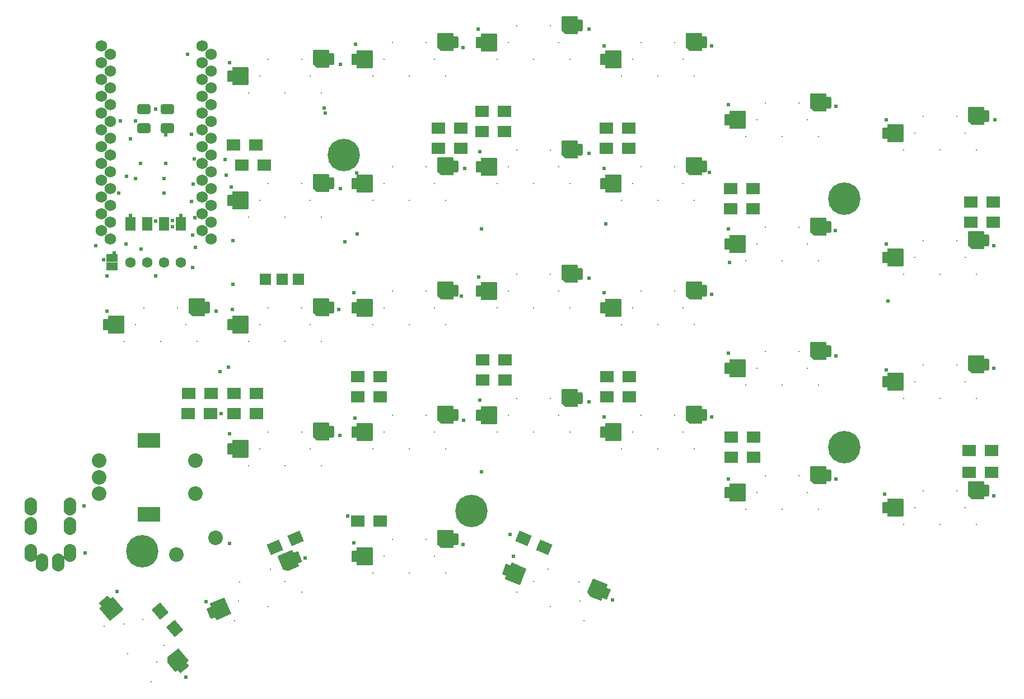
<source format=gbs>
G04*
G04 #@! TF.GenerationSoftware,Altium Limited,Altium Designer,21.0.8 (223)*
G04*
G04 Layer_Color=16711935*
%FSLAX25Y25*%
%MOIN*%
G70*
G04*
G04 #@! TF.SameCoordinates,A62FD62D-004D-4F48-A45E-1F1F6AB71705*
G04*
G04*
G04 #@! TF.FilePolarity,Negative*
G04*
G01*
G75*
%ADD14C,0.01968*%
%ADD16R,0.06106X0.04106*%
%ADD17C,0.06800*%
%ADD18C,0.00800*%
%ADD19C,0.08674*%
%ADD20O,0.07493X0.10642*%
G04:AMPARAMS|DCode=21|XSize=57.21mil|YSize=76.9mil|CornerRadius=8.92mil|HoleSize=0mil|Usage=FLASHONLY|Rotation=270.000|XOffset=0mil|YOffset=0mil|HoleType=Round|Shape=RoundedRectangle|*
%AMROUNDEDRECTD21*
21,1,0.05721,0.05906,0,0,270.0*
21,1,0.03937,0.07690,0,0,270.0*
1,1,0.01784,-0.02953,-0.01968*
1,1,0.01784,-0.02953,0.01968*
1,1,0.01784,0.02953,0.01968*
1,1,0.01784,0.02953,-0.01968*
%
%ADD21ROUNDEDRECTD21*%
%ADD22C,0.06300*%
%ADD23R,0.07887X0.06706*%
%ADD24C,0.19304*%
%ADD25R,0.06800X0.06800*%
G04:AMPARAMS|DCode=26|XSize=78.87mil|YSize=67.06mil|CornerRadius=0mil|HoleSize=0mil|Usage=FLASHONLY|Rotation=23.000|XOffset=0mil|YOffset=0mil|HoleType=Round|Shape=Rectangle|*
%AMROTATEDRECTD26*
4,1,4,-0.02320,-0.04627,-0.04940,0.01546,0.02320,0.04627,0.04940,-0.01546,-0.02320,-0.04627,0.0*
%
%ADD26ROTATEDRECTD26*%

G04:AMPARAMS|DCode=27|XSize=78.87mil|YSize=67.06mil|CornerRadius=0mil|HoleSize=0mil|Usage=FLASHONLY|Rotation=310.000|XOffset=0mil|YOffset=0mil|HoleType=Round|Shape=Rectangle|*
%AMROTATEDRECTD27*
4,1,4,-0.05103,0.00866,0.00034,0.05176,0.05103,-0.00866,-0.00034,-0.05176,-0.05103,0.00866,0.0*
%
%ADD27ROTATEDRECTD27*%

%ADD28R,0.13398X0.08674*%
G04:AMPARAMS|DCode=29|XSize=78.87mil|YSize=67.06mil|CornerRadius=0mil|HoleSize=0mil|Usage=FLASHONLY|Rotation=337.000|XOffset=0mil|YOffset=0mil|HoleType=Round|Shape=Rectangle|*
%AMROTATEDRECTD29*
4,1,4,-0.04940,-0.01546,-0.02320,0.04627,0.04940,0.01546,0.02320,-0.04627,-0.04940,-0.01546,0.0*
%
%ADD29ROTATEDRECTD29*%

%ADD30C,0.02375*%
%ADD46R,0.06706X0.04737*%
G36*
X302037Y463397D02*
X302088Y463387D01*
X302138Y463370D01*
X302185Y463347D01*
X302228Y463318D01*
X302268Y463283D01*
X302302Y463244D01*
X302331Y463200D01*
X302355Y463153D01*
X302372Y463104D01*
X302382Y463052D01*
X302385Y463000D01*
Y461432D01*
X304740D01*
X304792Y461429D01*
X304844Y461419D01*
X304894Y461402D01*
X304941Y461379D01*
X304984Y461349D01*
X305024Y461315D01*
X305058Y461275D01*
X305087Y461232D01*
X305111Y461185D01*
X305127Y461135D01*
X305138Y461084D01*
X305141Y461031D01*
Y455126D01*
X305138Y455074D01*
X305127Y455022D01*
X305111Y454973D01*
X305087Y454926D01*
X305058Y454882D01*
X305024Y454843D01*
X304984Y454808D01*
X304941Y454779D01*
X304894Y454756D01*
X304844Y454739D01*
X304792Y454729D01*
X304740Y454725D01*
X302385D01*
Y453158D01*
X302382Y453105D01*
X302372Y453054D01*
X302355Y453004D01*
X302331Y452957D01*
X302302Y452914D01*
X302268Y452874D01*
X302228Y452840D01*
X302185Y452810D01*
X302138Y452787D01*
X302088Y452770D01*
X302037Y452760D01*
X301984Y452757D01*
X295291D01*
X295285Y452757D01*
X295279Y452757D01*
X295259Y452759D01*
X295239Y452760D01*
X295233Y452761D01*
X295227Y452762D01*
X295207Y452766D01*
X295188Y452770D01*
X295182Y452772D01*
X295176Y452774D01*
X295157Y452781D01*
X295138Y452787D01*
X295132Y452790D01*
X295127Y452792D01*
X295109Y452802D01*
X295091Y452810D01*
X295086Y452814D01*
X295080Y452817D01*
X295064Y452828D01*
X295047Y452840D01*
X295043Y452844D01*
X295038Y452847D01*
X292872Y454619D01*
X292858Y454633D01*
X292843Y454646D01*
X292838Y454650D01*
X292834Y454655D01*
X292821Y454670D01*
X292808Y454685D01*
X292805Y454690D01*
X292800Y454695D01*
X292790Y454712D01*
X292779Y454729D01*
X292776Y454734D01*
X292773Y454740D01*
X292764Y454758D01*
X292756Y454776D01*
X292754Y454782D01*
X292751Y454787D01*
X292745Y454806D01*
X292739Y454825D01*
X292738Y454832D01*
X292736Y454838D01*
X292733Y454857D01*
X292728Y454877D01*
X292728Y454883D01*
X292727Y454889D01*
X292726Y454909D01*
X292725Y454929D01*
Y463000D01*
X292728Y463052D01*
X292739Y463104D01*
X292756Y463153D01*
X292779Y463200D01*
X292808Y463244D01*
X292843Y463283D01*
X292882Y463318D01*
X292926Y463347D01*
X292973Y463370D01*
X293022Y463387D01*
X293074Y463397D01*
X293126Y463401D01*
X301984D01*
X302037Y463397D01*
D02*
G37*
G36*
X327808Y463161D02*
X327860Y463151D01*
X327909Y463134D01*
X327956Y463111D01*
X328000Y463082D01*
X328039Y463047D01*
X328074Y463008D01*
X328103Y462964D01*
X328126Y462917D01*
X328143Y462867D01*
X328153Y462816D01*
X328157Y462764D01*
Y452921D01*
X328153Y452869D01*
X328143Y452817D01*
X328126Y452768D01*
X328103Y452721D01*
X328074Y452677D01*
X328039Y452638D01*
X328000Y452603D01*
X327956Y452574D01*
X327909Y452551D01*
X327860Y452534D01*
X327808Y452524D01*
X327756Y452520D01*
X318898D01*
X318845Y452524D01*
X318794Y452534D01*
X318744Y452551D01*
X318697Y452574D01*
X318654Y452603D01*
X318614Y452638D01*
X318580Y452677D01*
X318550Y452721D01*
X318527Y452768D01*
X318510Y452817D01*
X318500Y452869D01*
X318497Y452921D01*
Y454489D01*
X316142D01*
X316089Y454492D01*
X316038Y454503D01*
X315988Y454519D01*
X315941Y454543D01*
X315898Y454572D01*
X315858Y454606D01*
X315824Y454646D01*
X315795Y454689D01*
X315771Y454736D01*
X315755Y454786D01*
X315744Y454837D01*
X315741Y454890D01*
Y460795D01*
X315744Y460848D01*
X315755Y460899D01*
X315771Y460949D01*
X315795Y460996D01*
X315824Y461039D01*
X315858Y461079D01*
X315898Y461113D01*
X315941Y461142D01*
X315988Y461166D01*
X316038Y461182D01*
X316089Y461193D01*
X316142Y461196D01*
X318497D01*
Y462764D01*
X318500Y462816D01*
X318510Y462867D01*
X318527Y462917D01*
X318550Y462964D01*
X318580Y463008D01*
X318614Y463047D01*
X318654Y463082D01*
X318697Y463111D01*
X318744Y463134D01*
X318794Y463151D01*
X318845Y463161D01*
X318898Y463165D01*
X327756D01*
X327808Y463161D01*
D02*
G37*
G36*
X228037Y453397D02*
X228088Y453387D01*
X228138Y453370D01*
X228185Y453347D01*
X228228Y453318D01*
X228268Y453283D01*
X228302Y453244D01*
X228331Y453200D01*
X228355Y453153D01*
X228372Y453104D01*
X228382Y453052D01*
X228385Y453000D01*
Y451432D01*
X230740D01*
X230792Y451429D01*
X230844Y451419D01*
X230894Y451402D01*
X230941Y451379D01*
X230984Y451349D01*
X231024Y451315D01*
X231058Y451275D01*
X231087Y451232D01*
X231111Y451185D01*
X231127Y451135D01*
X231138Y451084D01*
X231141Y451031D01*
Y445126D01*
X231138Y445074D01*
X231127Y445022D01*
X231111Y444973D01*
X231087Y444926D01*
X231058Y444882D01*
X231024Y444842D01*
X230984Y444808D01*
X230941Y444779D01*
X230894Y444756D01*
X230844Y444739D01*
X230792Y444729D01*
X230740Y444725D01*
X228385D01*
Y443157D01*
X228382Y443105D01*
X228372Y443054D01*
X228355Y443004D01*
X228331Y442957D01*
X228302Y442913D01*
X228268Y442874D01*
X228228Y442839D01*
X228185Y442810D01*
X228138Y442787D01*
X228088Y442770D01*
X228037Y442760D01*
X227984Y442757D01*
X221291D01*
X221285Y442757D01*
X221279Y442757D01*
X221259Y442759D01*
X221239Y442760D01*
X221233Y442761D01*
X221227Y442762D01*
X221207Y442766D01*
X221188Y442770D01*
X221182Y442772D01*
X221176Y442774D01*
X221157Y442781D01*
X221138Y442787D01*
X221132Y442790D01*
X221127Y442792D01*
X221109Y442802D01*
X221091Y442810D01*
X221086Y442814D01*
X221080Y442817D01*
X221064Y442828D01*
X221047Y442839D01*
X221043Y442844D01*
X221038Y442847D01*
X218872Y444619D01*
X218858Y444632D01*
X218843Y444646D01*
X218838Y444650D01*
X218834Y444655D01*
X218821Y444670D01*
X218808Y444685D01*
X218805Y444690D01*
X218800Y444695D01*
X218790Y444712D01*
X218779Y444729D01*
X218776Y444734D01*
X218773Y444740D01*
X218764Y444758D01*
X218756Y444776D01*
X218754Y444782D01*
X218751Y444787D01*
X218745Y444806D01*
X218739Y444825D01*
X218738Y444832D01*
X218736Y444838D01*
X218733Y444857D01*
X218728Y444877D01*
X218728Y444883D01*
X218727Y444889D01*
X218726Y444909D01*
X218725Y444929D01*
Y453000D01*
X218728Y453052D01*
X218739Y453104D01*
X218756Y453153D01*
X218779Y453200D01*
X218808Y453244D01*
X218843Y453283D01*
X218882Y453318D01*
X218926Y453347D01*
X218973Y453370D01*
X219022Y453387D01*
X219074Y453397D01*
X219126Y453401D01*
X227984D01*
X228037Y453397D01*
D02*
G37*
G36*
X253808Y453161D02*
X253860Y453151D01*
X253909Y453134D01*
X253956Y453111D01*
X254000Y453082D01*
X254039Y453047D01*
X254074Y453008D01*
X254103Y452964D01*
X254126Y452917D01*
X254143Y452868D01*
X254153Y452816D01*
X254157Y452764D01*
Y442921D01*
X254153Y442869D01*
X254143Y442817D01*
X254126Y442768D01*
X254103Y442721D01*
X254074Y442677D01*
X254039Y442638D01*
X254000Y442603D01*
X253956Y442574D01*
X253909Y442551D01*
X253860Y442534D01*
X253808Y442524D01*
X253756Y442520D01*
X244898D01*
X244845Y442524D01*
X244794Y442534D01*
X244744Y442551D01*
X244697Y442574D01*
X244654Y442603D01*
X244614Y442638D01*
X244580Y442677D01*
X244550Y442721D01*
X244527Y442768D01*
X244510Y442817D01*
X244500Y442869D01*
X244497Y442921D01*
Y444489D01*
X242142D01*
X242089Y444492D01*
X242038Y444503D01*
X241988Y444519D01*
X241941Y444543D01*
X241898Y444572D01*
X241858Y444606D01*
X241824Y444646D01*
X241795Y444689D01*
X241771Y444736D01*
X241755Y444786D01*
X241744Y444837D01*
X241741Y444890D01*
Y450795D01*
X241744Y450848D01*
X241755Y450899D01*
X241771Y450949D01*
X241795Y450996D01*
X241824Y451039D01*
X241858Y451079D01*
X241898Y451113D01*
X241941Y451142D01*
X241988Y451166D01*
X242038Y451183D01*
X242089Y451193D01*
X242142Y451196D01*
X244497D01*
Y452764D01*
X244500Y452816D01*
X244510Y452868D01*
X244527Y452917D01*
X244550Y452964D01*
X244580Y453008D01*
X244614Y453047D01*
X244654Y453082D01*
X244697Y453111D01*
X244744Y453134D01*
X244794Y453151D01*
X244845Y453161D01*
X244898Y453165D01*
X253756D01*
X253808Y453161D01*
D02*
G37*
G36*
X179808Y443161D02*
X179860Y443151D01*
X179909Y443134D01*
X179956Y443111D01*
X180000Y443082D01*
X180039Y443047D01*
X180074Y443008D01*
X180103Y442964D01*
X180126Y442917D01*
X180143Y442868D01*
X180153Y442816D01*
X180157Y442764D01*
Y432921D01*
X180153Y432869D01*
X180143Y432818D01*
X180126Y432768D01*
X180103Y432721D01*
X180074Y432677D01*
X180039Y432638D01*
X180000Y432603D01*
X179956Y432574D01*
X179909Y432551D01*
X179860Y432534D01*
X179808Y432524D01*
X179756Y432520D01*
X170898D01*
X170845Y432524D01*
X170794Y432534D01*
X170744Y432551D01*
X170697Y432574D01*
X170654Y432603D01*
X170614Y432638D01*
X170580Y432677D01*
X170551Y432721D01*
X170527Y432768D01*
X170510Y432818D01*
X170500Y432869D01*
X170497Y432921D01*
Y434489D01*
X168142D01*
X168089Y434492D01*
X168038Y434503D01*
X167988Y434519D01*
X167941Y434543D01*
X167898Y434572D01*
X167858Y434606D01*
X167824Y434646D01*
X167795Y434689D01*
X167771Y434736D01*
X167754Y434786D01*
X167744Y434837D01*
X167741Y434890D01*
Y440795D01*
X167744Y440848D01*
X167754Y440899D01*
X167771Y440949D01*
X167795Y440996D01*
X167824Y441039D01*
X167858Y441079D01*
X167898Y441113D01*
X167941Y441142D01*
X167988Y441166D01*
X168038Y441183D01*
X168089Y441193D01*
X168142Y441196D01*
X170497D01*
Y442764D01*
X170500Y442816D01*
X170510Y442868D01*
X170527Y442917D01*
X170551Y442964D01*
X170580Y443008D01*
X170614Y443047D01*
X170654Y443082D01*
X170697Y443111D01*
X170744Y443134D01*
X170794Y443151D01*
X170845Y443161D01*
X170898Y443165D01*
X179756D01*
X179808Y443161D01*
D02*
G37*
G36*
X302037Y389397D02*
X302088Y389387D01*
X302138Y389370D01*
X302185Y389347D01*
X302228Y389318D01*
X302268Y389283D01*
X302302Y389244D01*
X302331Y389200D01*
X302355Y389153D01*
X302372Y389104D01*
X302382Y389052D01*
X302385Y389000D01*
Y387432D01*
X304740D01*
X304792Y387429D01*
X304844Y387419D01*
X304894Y387402D01*
X304941Y387379D01*
X304984Y387350D01*
X305024Y387315D01*
X305058Y387276D01*
X305087Y387232D01*
X305111Y387185D01*
X305127Y387135D01*
X305138Y387084D01*
X305141Y387032D01*
Y381126D01*
X305138Y381074D01*
X305127Y381022D01*
X305111Y380973D01*
X305087Y380926D01*
X305058Y380882D01*
X305024Y380842D01*
X304984Y380808D01*
X304941Y380779D01*
X304894Y380756D01*
X304844Y380739D01*
X304792Y380729D01*
X304740Y380725D01*
X302385D01*
Y379157D01*
X302382Y379105D01*
X302372Y379054D01*
X302355Y379004D01*
X302331Y378957D01*
X302302Y378913D01*
X302268Y378874D01*
X302228Y378839D01*
X302185Y378810D01*
X302138Y378787D01*
X302088Y378770D01*
X302037Y378760D01*
X301984Y378757D01*
X295291D01*
X295285Y378757D01*
X295279Y378757D01*
X295259Y378759D01*
X295239Y378760D01*
X295233Y378761D01*
X295227Y378762D01*
X295207Y378766D01*
X295188Y378770D01*
X295182Y378772D01*
X295176Y378774D01*
X295157Y378781D01*
X295138Y378787D01*
X295132Y378790D01*
X295127Y378792D01*
X295109Y378801D01*
X295091Y378810D01*
X295086Y378814D01*
X295080Y378817D01*
X295064Y378828D01*
X295047Y378839D01*
X295043Y378844D01*
X295038Y378847D01*
X292872Y380619D01*
X292858Y380632D01*
X292843Y380646D01*
X292838Y380650D01*
X292834Y380655D01*
X292821Y380670D01*
X292808Y380685D01*
X292805Y380690D01*
X292800Y380695D01*
X292790Y380712D01*
X292779Y380729D01*
X292776Y380734D01*
X292773Y380740D01*
X292764Y380758D01*
X292756Y380776D01*
X292754Y380782D01*
X292751Y380787D01*
X292745Y380806D01*
X292739Y380825D01*
X292738Y380832D01*
X292736Y380837D01*
X292733Y380857D01*
X292728Y380877D01*
X292728Y380883D01*
X292727Y380889D01*
X292726Y380909D01*
X292725Y380929D01*
Y389000D01*
X292728Y389052D01*
X292739Y389104D01*
X292756Y389153D01*
X292779Y389200D01*
X292808Y389244D01*
X292843Y389283D01*
X292882Y389318D01*
X292926Y389347D01*
X292973Y389370D01*
X293022Y389387D01*
X293074Y389397D01*
X293126Y389401D01*
X301984D01*
X302037Y389397D01*
D02*
G37*
G36*
X327808Y389161D02*
X327860Y389151D01*
X327909Y389134D01*
X327956Y389111D01*
X328000Y389082D01*
X328039Y389047D01*
X328074Y389008D01*
X328103Y388964D01*
X328126Y388917D01*
X328143Y388867D01*
X328153Y388816D01*
X328157Y388764D01*
Y378921D01*
X328153Y378869D01*
X328143Y378818D01*
X328126Y378768D01*
X328103Y378721D01*
X328074Y378677D01*
X328039Y378638D01*
X328000Y378603D01*
X327956Y378574D01*
X327909Y378551D01*
X327860Y378534D01*
X327808Y378524D01*
X327756Y378520D01*
X318898D01*
X318845Y378524D01*
X318794Y378534D01*
X318744Y378551D01*
X318697Y378574D01*
X318654Y378603D01*
X318614Y378638D01*
X318580Y378677D01*
X318550Y378721D01*
X318527Y378768D01*
X318510Y378818D01*
X318500Y378869D01*
X318497Y378921D01*
Y380489D01*
X316142D01*
X316089Y380492D01*
X316038Y380503D01*
X315988Y380519D01*
X315941Y380543D01*
X315898Y380572D01*
X315858Y380606D01*
X315824Y380646D01*
X315795Y380689D01*
X315771Y380736D01*
X315755Y380786D01*
X315744Y380837D01*
X315741Y380890D01*
Y386795D01*
X315744Y386848D01*
X315755Y386899D01*
X315771Y386949D01*
X315795Y386996D01*
X315824Y387039D01*
X315858Y387079D01*
X315898Y387113D01*
X315941Y387142D01*
X315988Y387166D01*
X316038Y387182D01*
X316089Y387193D01*
X316142Y387196D01*
X318497D01*
Y388764D01*
X318500Y388816D01*
X318510Y388867D01*
X318527Y388917D01*
X318550Y388964D01*
X318580Y389008D01*
X318614Y389047D01*
X318654Y389082D01*
X318697Y389111D01*
X318744Y389134D01*
X318794Y389151D01*
X318845Y389161D01*
X318898Y389165D01*
X327756D01*
X327808Y389161D01*
D02*
G37*
G36*
X228037Y379397D02*
X228088Y379387D01*
X228138Y379370D01*
X228185Y379347D01*
X228228Y379318D01*
X228268Y379283D01*
X228302Y379244D01*
X228331Y379200D01*
X228355Y379153D01*
X228372Y379104D01*
X228382Y379052D01*
X228385Y379000D01*
Y377432D01*
X230740D01*
X230792Y377429D01*
X230844Y377419D01*
X230894Y377402D01*
X230941Y377379D01*
X230984Y377349D01*
X231024Y377315D01*
X231058Y377275D01*
X231087Y377232D01*
X231111Y377185D01*
X231127Y377135D01*
X231138Y377084D01*
X231141Y377031D01*
Y371126D01*
X231138Y371074D01*
X231127Y371022D01*
X231111Y370973D01*
X231087Y370926D01*
X231058Y370882D01*
X231024Y370843D01*
X230984Y370808D01*
X230941Y370779D01*
X230894Y370756D01*
X230844Y370739D01*
X230792Y370728D01*
X230740Y370725D01*
X228385D01*
Y369158D01*
X228382Y369105D01*
X228372Y369054D01*
X228355Y369004D01*
X228331Y368957D01*
X228302Y368914D01*
X228268Y368874D01*
X228228Y368840D01*
X228185Y368810D01*
X228138Y368787D01*
X228088Y368770D01*
X228037Y368760D01*
X227984Y368757D01*
X221291D01*
X221285Y368757D01*
X221279Y368757D01*
X221259Y368759D01*
X221239Y368760D01*
X221233Y368761D01*
X221227Y368762D01*
X221207Y368766D01*
X221188Y368770D01*
X221182Y368772D01*
X221176Y368774D01*
X221157Y368781D01*
X221138Y368787D01*
X221132Y368790D01*
X221127Y368792D01*
X221109Y368801D01*
X221091Y368810D01*
X221086Y368814D01*
X221080Y368817D01*
X221064Y368828D01*
X221047Y368840D01*
X221043Y368844D01*
X221038Y368847D01*
X218872Y370619D01*
X218858Y370633D01*
X218843Y370646D01*
X218838Y370650D01*
X218834Y370655D01*
X218821Y370670D01*
X218808Y370685D01*
X218805Y370690D01*
X218800Y370695D01*
X218790Y370712D01*
X218779Y370729D01*
X218776Y370734D01*
X218773Y370740D01*
X218764Y370758D01*
X218756Y370776D01*
X218754Y370782D01*
X218751Y370787D01*
X218745Y370806D01*
X218739Y370825D01*
X218738Y370831D01*
X218736Y370837D01*
X218733Y370857D01*
X218728Y370877D01*
X218728Y370883D01*
X218727Y370889D01*
X218726Y370909D01*
X218725Y370929D01*
Y379000D01*
X218728Y379052D01*
X218739Y379104D01*
X218756Y379153D01*
X218779Y379200D01*
X218808Y379244D01*
X218843Y379283D01*
X218882Y379318D01*
X218926Y379347D01*
X218973Y379370D01*
X219022Y379387D01*
X219074Y379397D01*
X219126Y379401D01*
X227984D01*
X228037Y379397D01*
D02*
G37*
G36*
X253808Y379161D02*
X253860Y379151D01*
X253909Y379134D01*
X253956Y379111D01*
X254000Y379082D01*
X254039Y379047D01*
X254074Y379008D01*
X254103Y378964D01*
X254126Y378917D01*
X254143Y378868D01*
X254153Y378816D01*
X254157Y378764D01*
Y368921D01*
X254153Y368869D01*
X254143Y368817D01*
X254126Y368768D01*
X254103Y368721D01*
X254074Y368677D01*
X254039Y368638D01*
X254000Y368603D01*
X253956Y368574D01*
X253909Y368551D01*
X253860Y368534D01*
X253808Y368524D01*
X253756Y368520D01*
X244898D01*
X244845Y368524D01*
X244794Y368534D01*
X244744Y368551D01*
X244697Y368574D01*
X244654Y368603D01*
X244614Y368638D01*
X244580Y368677D01*
X244550Y368721D01*
X244527Y368768D01*
X244510Y368817D01*
X244500Y368869D01*
X244497Y368921D01*
Y370489D01*
X242142D01*
X242089Y370492D01*
X242038Y370503D01*
X241988Y370519D01*
X241941Y370543D01*
X241898Y370572D01*
X241858Y370606D01*
X241824Y370646D01*
X241795Y370689D01*
X241771Y370736D01*
X241755Y370786D01*
X241744Y370837D01*
X241741Y370890D01*
Y376795D01*
X241744Y376848D01*
X241755Y376899D01*
X241771Y376949D01*
X241795Y376996D01*
X241824Y377039D01*
X241858Y377079D01*
X241898Y377113D01*
X241941Y377142D01*
X241988Y377166D01*
X242038Y377183D01*
X242089Y377193D01*
X242142Y377196D01*
X244497D01*
Y378764D01*
X244500Y378816D01*
X244510Y378868D01*
X244527Y378917D01*
X244550Y378964D01*
X244580Y379008D01*
X244614Y379047D01*
X244654Y379082D01*
X244697Y379111D01*
X244744Y379134D01*
X244794Y379151D01*
X244845Y379161D01*
X244898Y379165D01*
X253756D01*
X253808Y379161D01*
D02*
G37*
G36*
X179808Y369161D02*
X179860Y369151D01*
X179909Y369134D01*
X179956Y369111D01*
X180000Y369082D01*
X180039Y369047D01*
X180074Y369008D01*
X180103Y368964D01*
X180126Y368917D01*
X180143Y368867D01*
X180153Y368816D01*
X180157Y368764D01*
Y358921D01*
X180153Y358869D01*
X180143Y358818D01*
X180126Y358768D01*
X180103Y358721D01*
X180074Y358677D01*
X180039Y358638D01*
X180000Y358603D01*
X179956Y358574D01*
X179909Y358551D01*
X179860Y358534D01*
X179808Y358524D01*
X179756Y358520D01*
X170898D01*
X170845Y358524D01*
X170794Y358534D01*
X170744Y358551D01*
X170697Y358574D01*
X170654Y358603D01*
X170614Y358638D01*
X170580Y358677D01*
X170551Y358721D01*
X170527Y358768D01*
X170510Y358818D01*
X170500Y358869D01*
X170497Y358921D01*
Y360489D01*
X168142D01*
X168089Y360492D01*
X168038Y360503D01*
X167988Y360519D01*
X167941Y360543D01*
X167898Y360572D01*
X167858Y360606D01*
X167824Y360646D01*
X167795Y360689D01*
X167771Y360736D01*
X167754Y360786D01*
X167744Y360837D01*
X167741Y360890D01*
Y366795D01*
X167744Y366848D01*
X167754Y366899D01*
X167771Y366949D01*
X167795Y366996D01*
X167824Y367039D01*
X167858Y367079D01*
X167898Y367113D01*
X167941Y367142D01*
X167988Y367166D01*
X168038Y367182D01*
X168089Y367193D01*
X168142Y367196D01*
X170497D01*
Y368764D01*
X170500Y368816D01*
X170510Y368867D01*
X170527Y368917D01*
X170551Y368964D01*
X170580Y369008D01*
X170614Y369047D01*
X170654Y369082D01*
X170697Y369111D01*
X170744Y369134D01*
X170794Y369151D01*
X170845Y369161D01*
X170898Y369165D01*
X179756D01*
X179808Y369161D01*
D02*
G37*
G36*
X302037Y315397D02*
X302088Y315387D01*
X302138Y315370D01*
X302185Y315347D01*
X302228Y315318D01*
X302268Y315283D01*
X302302Y315244D01*
X302331Y315200D01*
X302355Y315153D01*
X302372Y315104D01*
X302382Y315052D01*
X302385Y315000D01*
Y313432D01*
X304740D01*
X304792Y313429D01*
X304844Y313419D01*
X304894Y313402D01*
X304941Y313379D01*
X304984Y313350D01*
X305024Y313315D01*
X305058Y313276D01*
X305087Y313232D01*
X305111Y313185D01*
X305127Y313135D01*
X305138Y313084D01*
X305141Y313032D01*
Y307126D01*
X305138Y307074D01*
X305127Y307022D01*
X305111Y306973D01*
X305087Y306926D01*
X305058Y306882D01*
X305024Y306842D01*
X304984Y306808D01*
X304941Y306779D01*
X304894Y306756D01*
X304844Y306739D01*
X304792Y306729D01*
X304740Y306725D01*
X302385D01*
Y305157D01*
X302382Y305105D01*
X302372Y305054D01*
X302355Y305004D01*
X302331Y304957D01*
X302302Y304913D01*
X302268Y304874D01*
X302228Y304839D01*
X302185Y304810D01*
X302138Y304787D01*
X302088Y304770D01*
X302037Y304760D01*
X301984Y304757D01*
X295291D01*
X295285Y304757D01*
X295279Y304757D01*
X295259Y304759D01*
X295239Y304760D01*
X295233Y304761D01*
X295227Y304762D01*
X295207Y304766D01*
X295188Y304770D01*
X295182Y304772D01*
X295176Y304774D01*
X295157Y304781D01*
X295138Y304787D01*
X295132Y304790D01*
X295127Y304792D01*
X295109Y304802D01*
X295091Y304810D01*
X295086Y304814D01*
X295080Y304817D01*
X295064Y304828D01*
X295047Y304839D01*
X295043Y304844D01*
X295038Y304847D01*
X292872Y306619D01*
X292858Y306632D01*
X292843Y306646D01*
X292838Y306650D01*
X292834Y306655D01*
X292821Y306670D01*
X292808Y306685D01*
X292805Y306690D01*
X292800Y306695D01*
X292790Y306712D01*
X292779Y306729D01*
X292776Y306734D01*
X292773Y306740D01*
X292764Y306758D01*
X292756Y306776D01*
X292754Y306782D01*
X292751Y306787D01*
X292745Y306806D01*
X292739Y306825D01*
X292738Y306832D01*
X292736Y306838D01*
X292733Y306857D01*
X292728Y306877D01*
X292728Y306883D01*
X292727Y306889D01*
X292726Y306909D01*
X292725Y306929D01*
Y315000D01*
X292728Y315052D01*
X292739Y315104D01*
X292756Y315153D01*
X292779Y315200D01*
X292808Y315244D01*
X292843Y315283D01*
X292882Y315318D01*
X292926Y315347D01*
X292973Y315370D01*
X293022Y315387D01*
X293074Y315397D01*
X293126Y315401D01*
X301984D01*
X302037Y315397D01*
D02*
G37*
G36*
X327808Y315161D02*
X327860Y315151D01*
X327909Y315134D01*
X327956Y315111D01*
X328000Y315082D01*
X328039Y315047D01*
X328074Y315008D01*
X328103Y314964D01*
X328126Y314917D01*
X328143Y314867D01*
X328153Y314816D01*
X328157Y314764D01*
Y304921D01*
X328153Y304869D01*
X328143Y304818D01*
X328126Y304768D01*
X328103Y304721D01*
X328074Y304677D01*
X328039Y304638D01*
X328000Y304603D01*
X327956Y304574D01*
X327909Y304551D01*
X327860Y304534D01*
X327808Y304524D01*
X327756Y304520D01*
X318898D01*
X318845Y304524D01*
X318794Y304534D01*
X318744Y304551D01*
X318697Y304574D01*
X318654Y304603D01*
X318614Y304638D01*
X318580Y304677D01*
X318550Y304721D01*
X318527Y304768D01*
X318510Y304818D01*
X318500Y304869D01*
X318497Y304921D01*
Y306489D01*
X316142D01*
X316089Y306492D01*
X316038Y306503D01*
X315988Y306519D01*
X315941Y306543D01*
X315898Y306572D01*
X315858Y306606D01*
X315824Y306646D01*
X315795Y306689D01*
X315771Y306736D01*
X315755Y306786D01*
X315744Y306837D01*
X315741Y306890D01*
Y312795D01*
X315744Y312848D01*
X315755Y312899D01*
X315771Y312949D01*
X315795Y312996D01*
X315824Y313039D01*
X315858Y313079D01*
X315898Y313113D01*
X315941Y313142D01*
X315988Y313166D01*
X316038Y313182D01*
X316089Y313193D01*
X316142Y313196D01*
X318497D01*
Y314764D01*
X318500Y314816D01*
X318510Y314867D01*
X318527Y314917D01*
X318550Y314964D01*
X318580Y315008D01*
X318614Y315047D01*
X318654Y315082D01*
X318697Y315111D01*
X318744Y315134D01*
X318794Y315151D01*
X318845Y315161D01*
X318898Y315165D01*
X327756D01*
X327808Y315161D01*
D02*
G37*
G36*
X228037Y305397D02*
X228088Y305387D01*
X228138Y305370D01*
X228185Y305347D01*
X228228Y305318D01*
X228268Y305283D01*
X228302Y305244D01*
X228331Y305200D01*
X228355Y305153D01*
X228372Y305104D01*
X228382Y305052D01*
X228385Y305000D01*
Y303432D01*
X230740D01*
X230792Y303429D01*
X230844Y303419D01*
X230894Y303402D01*
X230941Y303379D01*
X230984Y303349D01*
X231024Y303315D01*
X231058Y303275D01*
X231087Y303232D01*
X231111Y303185D01*
X231127Y303135D01*
X231138Y303084D01*
X231141Y303031D01*
Y297126D01*
X231138Y297074D01*
X231127Y297022D01*
X231111Y296973D01*
X231087Y296926D01*
X231058Y296882D01*
X231024Y296843D01*
X230984Y296808D01*
X230941Y296779D01*
X230894Y296756D01*
X230844Y296739D01*
X230792Y296728D01*
X230740Y296725D01*
X228385D01*
Y295158D01*
X228382Y295105D01*
X228372Y295054D01*
X228355Y295004D01*
X228331Y294957D01*
X228302Y294914D01*
X228268Y294874D01*
X228228Y294840D01*
X228185Y294810D01*
X228138Y294787D01*
X228088Y294770D01*
X228037Y294760D01*
X227984Y294757D01*
X221291D01*
X221285Y294757D01*
X221279Y294757D01*
X221259Y294759D01*
X221239Y294760D01*
X221233Y294761D01*
X221227Y294762D01*
X221207Y294766D01*
X221188Y294770D01*
X221182Y294772D01*
X221176Y294774D01*
X221157Y294781D01*
X221138Y294787D01*
X221132Y294790D01*
X221127Y294792D01*
X221109Y294801D01*
X221091Y294810D01*
X221086Y294814D01*
X221080Y294817D01*
X221064Y294828D01*
X221047Y294840D01*
X221043Y294844D01*
X221038Y294847D01*
X218872Y296619D01*
X218858Y296633D01*
X218843Y296646D01*
X218838Y296650D01*
X218834Y296655D01*
X218821Y296670D01*
X218808Y296685D01*
X218805Y296690D01*
X218800Y296695D01*
X218790Y296712D01*
X218779Y296729D01*
X218776Y296734D01*
X218773Y296740D01*
X218764Y296758D01*
X218756Y296776D01*
X218754Y296782D01*
X218751Y296787D01*
X218745Y296806D01*
X218739Y296825D01*
X218738Y296831D01*
X218736Y296837D01*
X218733Y296857D01*
X218728Y296877D01*
X218728Y296883D01*
X218727Y296889D01*
X218726Y296909D01*
X218725Y296929D01*
Y305000D01*
X218728Y305052D01*
X218739Y305104D01*
X218756Y305153D01*
X218779Y305200D01*
X218808Y305244D01*
X218843Y305283D01*
X218882Y305318D01*
X218926Y305347D01*
X218973Y305370D01*
X219022Y305387D01*
X219074Y305397D01*
X219126Y305401D01*
X227984D01*
X228037Y305397D01*
D02*
G37*
G36*
X154037D02*
X154088Y305387D01*
X154138Y305370D01*
X154185Y305347D01*
X154228Y305318D01*
X154268Y305283D01*
X154302Y305244D01*
X154331Y305200D01*
X154355Y305153D01*
X154372Y305104D01*
X154382Y305052D01*
X154385Y305000D01*
Y303432D01*
X156740D01*
X156792Y303429D01*
X156844Y303419D01*
X156894Y303402D01*
X156941Y303379D01*
X156984Y303349D01*
X157024Y303315D01*
X157058Y303275D01*
X157087Y303232D01*
X157111Y303185D01*
X157127Y303135D01*
X157138Y303084D01*
X157141Y303031D01*
Y297126D01*
X157138Y297074D01*
X157127Y297022D01*
X157111Y296973D01*
X157087Y296926D01*
X157058Y296882D01*
X157024Y296843D01*
X156984Y296808D01*
X156941Y296779D01*
X156894Y296756D01*
X156844Y296739D01*
X156792Y296728D01*
X156740Y296725D01*
X154385D01*
Y295158D01*
X154382Y295105D01*
X154372Y295054D01*
X154355Y295004D01*
X154331Y294957D01*
X154302Y294914D01*
X154268Y294874D01*
X154228Y294840D01*
X154185Y294810D01*
X154138Y294787D01*
X154088Y294770D01*
X154037Y294760D01*
X153984Y294757D01*
X147291D01*
X147285Y294757D01*
X147279Y294757D01*
X147259Y294759D01*
X147239Y294760D01*
X147233Y294761D01*
X147227Y294762D01*
X147207Y294766D01*
X147188Y294770D01*
X147182Y294772D01*
X147176Y294774D01*
X147157Y294781D01*
X147138Y294787D01*
X147132Y294790D01*
X147126Y294792D01*
X147109Y294801D01*
X147091Y294810D01*
X147086Y294814D01*
X147080Y294817D01*
X147064Y294828D01*
X147047Y294840D01*
X147043Y294844D01*
X147037Y294847D01*
X144872Y296619D01*
X144858Y296633D01*
X144843Y296646D01*
X144838Y296650D01*
X144834Y296655D01*
X144821Y296670D01*
X144808Y296685D01*
X144805Y296690D01*
X144800Y296695D01*
X144790Y296712D01*
X144779Y296729D01*
X144776Y296734D01*
X144773Y296740D01*
X144764Y296758D01*
X144756Y296776D01*
X144754Y296782D01*
X144751Y296787D01*
X144745Y296806D01*
X144739Y296825D01*
X144738Y296831D01*
X144736Y296837D01*
X144732Y296857D01*
X144729Y296877D01*
X144728Y296883D01*
X144727Y296889D01*
X144726Y296909D01*
X144725Y296929D01*
Y305000D01*
X144729Y305052D01*
X144739Y305104D01*
X144756Y305153D01*
X144779Y305200D01*
X144808Y305244D01*
X144843Y305283D01*
X144882Y305318D01*
X144925Y305347D01*
X144973Y305370D01*
X145022Y305387D01*
X145074Y305397D01*
X145126Y305401D01*
X153984D01*
X154037Y305397D01*
D02*
G37*
G36*
X253808Y305161D02*
X253860Y305151D01*
X253909Y305134D01*
X253956Y305111D01*
X254000Y305082D01*
X254039Y305047D01*
X254074Y305008D01*
X254103Y304964D01*
X254126Y304917D01*
X254143Y304868D01*
X254153Y304816D01*
X254157Y304764D01*
Y294921D01*
X254153Y294869D01*
X254143Y294817D01*
X254126Y294768D01*
X254103Y294721D01*
X254074Y294677D01*
X254039Y294638D01*
X254000Y294603D01*
X253956Y294574D01*
X253909Y294551D01*
X253860Y294534D01*
X253808Y294524D01*
X253756Y294520D01*
X244898D01*
X244845Y294524D01*
X244794Y294534D01*
X244744Y294551D01*
X244697Y294574D01*
X244654Y294603D01*
X244614Y294638D01*
X244580Y294677D01*
X244550Y294721D01*
X244527Y294768D01*
X244510Y294817D01*
X244500Y294869D01*
X244497Y294921D01*
Y296489D01*
X242142D01*
X242089Y296492D01*
X242038Y296503D01*
X241988Y296519D01*
X241941Y296543D01*
X241898Y296572D01*
X241858Y296606D01*
X241824Y296646D01*
X241795Y296689D01*
X241771Y296736D01*
X241755Y296786D01*
X241744Y296837D01*
X241741Y296890D01*
Y302795D01*
X241744Y302848D01*
X241755Y302899D01*
X241771Y302949D01*
X241795Y302996D01*
X241824Y303039D01*
X241858Y303079D01*
X241898Y303113D01*
X241941Y303142D01*
X241988Y303166D01*
X242038Y303183D01*
X242089Y303193D01*
X242142Y303196D01*
X244497D01*
Y304764D01*
X244500Y304816D01*
X244510Y304868D01*
X244527Y304917D01*
X244550Y304964D01*
X244580Y305008D01*
X244614Y305047D01*
X244654Y305082D01*
X244697Y305111D01*
X244744Y305134D01*
X244794Y305151D01*
X244845Y305161D01*
X244898Y305165D01*
X253756D01*
X253808Y305161D01*
D02*
G37*
G36*
X179808Y295161D02*
X179860Y295151D01*
X179909Y295134D01*
X179956Y295111D01*
X180000Y295082D01*
X180039Y295047D01*
X180074Y295008D01*
X180103Y294964D01*
X180126Y294917D01*
X180143Y294867D01*
X180153Y294816D01*
X180157Y294764D01*
Y284921D01*
X180153Y284869D01*
X180143Y284818D01*
X180126Y284768D01*
X180103Y284721D01*
X180074Y284677D01*
X180039Y284638D01*
X180000Y284603D01*
X179956Y284574D01*
X179909Y284551D01*
X179860Y284534D01*
X179808Y284524D01*
X179756Y284520D01*
X170898D01*
X170845Y284524D01*
X170794Y284534D01*
X170744Y284551D01*
X170697Y284574D01*
X170654Y284603D01*
X170614Y284638D01*
X170580Y284677D01*
X170551Y284721D01*
X170527Y284768D01*
X170510Y284818D01*
X170500Y284869D01*
X170497Y284921D01*
Y286489D01*
X168142D01*
X168089Y286492D01*
X168038Y286503D01*
X167988Y286519D01*
X167941Y286543D01*
X167898Y286572D01*
X167858Y286606D01*
X167824Y286646D01*
X167795Y286689D01*
X167771Y286736D01*
X167754Y286786D01*
X167744Y286837D01*
X167741Y286890D01*
Y292795D01*
X167744Y292848D01*
X167754Y292899D01*
X167771Y292949D01*
X167795Y292996D01*
X167824Y293039D01*
X167858Y293079D01*
X167898Y293113D01*
X167941Y293142D01*
X167988Y293166D01*
X168038Y293182D01*
X168089Y293193D01*
X168142Y293196D01*
X170497D01*
Y294764D01*
X170500Y294816D01*
X170510Y294867D01*
X170527Y294917D01*
X170551Y294964D01*
X170580Y295008D01*
X170614Y295047D01*
X170654Y295082D01*
X170697Y295111D01*
X170744Y295134D01*
X170794Y295151D01*
X170845Y295161D01*
X170898Y295165D01*
X179756D01*
X179808Y295161D01*
D02*
G37*
G36*
X105808D02*
X105860Y295151D01*
X105909Y295134D01*
X105956Y295111D01*
X106000Y295082D01*
X106039Y295047D01*
X106074Y295008D01*
X106103Y294964D01*
X106126Y294917D01*
X106143Y294867D01*
X106153Y294816D01*
X106157Y294764D01*
Y284921D01*
X106153Y284869D01*
X106143Y284818D01*
X106126Y284768D01*
X106103Y284721D01*
X106074Y284677D01*
X106039Y284638D01*
X106000Y284603D01*
X105956Y284574D01*
X105909Y284551D01*
X105860Y284534D01*
X105808Y284524D01*
X105756Y284520D01*
X96898D01*
X96845Y284524D01*
X96794Y284534D01*
X96744Y284551D01*
X96697Y284574D01*
X96654Y284603D01*
X96614Y284638D01*
X96580Y284677D01*
X96551Y284721D01*
X96527Y284768D01*
X96510Y284818D01*
X96500Y284869D01*
X96497Y284921D01*
Y286489D01*
X94142D01*
X94089Y286492D01*
X94038Y286503D01*
X93988Y286519D01*
X93941Y286543D01*
X93898Y286572D01*
X93858Y286606D01*
X93824Y286646D01*
X93795Y286689D01*
X93771Y286736D01*
X93755Y286786D01*
X93744Y286837D01*
X93741Y286890D01*
Y292795D01*
X93744Y292848D01*
X93755Y292899D01*
X93771Y292949D01*
X93795Y292996D01*
X93824Y293039D01*
X93858Y293079D01*
X93898Y293113D01*
X93941Y293142D01*
X93988Y293166D01*
X94038Y293182D01*
X94089Y293193D01*
X94142Y293196D01*
X96497D01*
Y294764D01*
X96500Y294816D01*
X96510Y294867D01*
X96527Y294917D01*
X96551Y294964D01*
X96580Y295008D01*
X96614Y295047D01*
X96654Y295082D01*
X96697Y295111D01*
X96744Y295134D01*
X96794Y295151D01*
X96845Y295161D01*
X96898Y295165D01*
X105756D01*
X105808Y295161D01*
D02*
G37*
G36*
X302037Y241397D02*
X302088Y241387D01*
X302138Y241370D01*
X302185Y241347D01*
X302228Y241318D01*
X302268Y241283D01*
X302302Y241244D01*
X302331Y241200D01*
X302355Y241153D01*
X302372Y241104D01*
X302382Y241052D01*
X302385Y241000D01*
Y239432D01*
X304740D01*
X304792Y239429D01*
X304844Y239419D01*
X304894Y239402D01*
X304941Y239379D01*
X304984Y239350D01*
X305024Y239315D01*
X305058Y239276D01*
X305087Y239232D01*
X305111Y239185D01*
X305127Y239135D01*
X305138Y239084D01*
X305141Y239032D01*
Y233126D01*
X305138Y233074D01*
X305127Y233022D01*
X305111Y232973D01*
X305087Y232926D01*
X305058Y232882D01*
X305024Y232842D01*
X304984Y232808D01*
X304941Y232779D01*
X304894Y232756D01*
X304844Y232739D01*
X304792Y232729D01*
X304740Y232725D01*
X302385D01*
Y231157D01*
X302382Y231105D01*
X302372Y231054D01*
X302355Y231004D01*
X302331Y230957D01*
X302302Y230913D01*
X302268Y230874D01*
X302228Y230839D01*
X302185Y230810D01*
X302138Y230787D01*
X302088Y230770D01*
X302037Y230760D01*
X301984Y230757D01*
X295291D01*
X295285Y230757D01*
X295279Y230757D01*
X295259Y230759D01*
X295239Y230760D01*
X295233Y230761D01*
X295227Y230762D01*
X295207Y230766D01*
X295188Y230770D01*
X295182Y230772D01*
X295176Y230774D01*
X295157Y230781D01*
X295138Y230787D01*
X295132Y230790D01*
X295127Y230792D01*
X295109Y230802D01*
X295091Y230810D01*
X295086Y230814D01*
X295080Y230817D01*
X295064Y230828D01*
X295047Y230839D01*
X295043Y230844D01*
X295038Y230847D01*
X292872Y232619D01*
X292858Y232632D01*
X292843Y232646D01*
X292838Y232650D01*
X292834Y232655D01*
X292821Y232670D01*
X292808Y232685D01*
X292805Y232690D01*
X292800Y232695D01*
X292790Y232712D01*
X292779Y232729D01*
X292776Y232734D01*
X292773Y232740D01*
X292764Y232758D01*
X292756Y232776D01*
X292754Y232782D01*
X292751Y232787D01*
X292745Y232806D01*
X292739Y232825D01*
X292738Y232832D01*
X292736Y232838D01*
X292733Y232857D01*
X292728Y232877D01*
X292728Y232883D01*
X292727Y232889D01*
X292726Y232909D01*
X292725Y232929D01*
Y241000D01*
X292728Y241052D01*
X292739Y241104D01*
X292756Y241153D01*
X292779Y241200D01*
X292808Y241244D01*
X292843Y241283D01*
X292882Y241318D01*
X292926Y241347D01*
X292973Y241370D01*
X293022Y241387D01*
X293074Y241397D01*
X293126Y241401D01*
X301984D01*
X302037Y241397D01*
D02*
G37*
G36*
X327808Y241161D02*
X327860Y241151D01*
X327909Y241134D01*
X327956Y241111D01*
X328000Y241082D01*
X328039Y241047D01*
X328074Y241008D01*
X328103Y240964D01*
X328126Y240917D01*
X328143Y240867D01*
X328153Y240816D01*
X328157Y240764D01*
Y230921D01*
X328153Y230869D01*
X328143Y230818D01*
X328126Y230768D01*
X328103Y230721D01*
X328074Y230677D01*
X328039Y230638D01*
X328000Y230603D01*
X327956Y230574D01*
X327909Y230551D01*
X327860Y230534D01*
X327808Y230524D01*
X327756Y230520D01*
X318898D01*
X318845Y230524D01*
X318794Y230534D01*
X318744Y230551D01*
X318697Y230574D01*
X318654Y230603D01*
X318614Y230638D01*
X318580Y230677D01*
X318550Y230721D01*
X318527Y230768D01*
X318510Y230818D01*
X318500Y230869D01*
X318497Y230921D01*
Y232489D01*
X316142D01*
X316089Y232492D01*
X316038Y232503D01*
X315988Y232519D01*
X315941Y232543D01*
X315898Y232572D01*
X315858Y232606D01*
X315824Y232646D01*
X315795Y232689D01*
X315771Y232736D01*
X315755Y232786D01*
X315744Y232837D01*
X315741Y232890D01*
Y238795D01*
X315744Y238848D01*
X315755Y238899D01*
X315771Y238949D01*
X315795Y238996D01*
X315824Y239039D01*
X315858Y239079D01*
X315898Y239113D01*
X315941Y239142D01*
X315988Y239166D01*
X316038Y239182D01*
X316089Y239193D01*
X316142Y239196D01*
X318497D01*
Y240764D01*
X318500Y240816D01*
X318510Y240867D01*
X318527Y240917D01*
X318550Y240964D01*
X318580Y241008D01*
X318614Y241047D01*
X318654Y241082D01*
X318697Y241111D01*
X318744Y241134D01*
X318794Y241151D01*
X318845Y241161D01*
X318898Y241165D01*
X327756D01*
X327808Y241161D01*
D02*
G37*
G36*
X228037Y231397D02*
X228088Y231387D01*
X228138Y231370D01*
X228185Y231347D01*
X228228Y231318D01*
X228268Y231283D01*
X228302Y231244D01*
X228331Y231200D01*
X228355Y231153D01*
X228372Y231104D01*
X228382Y231052D01*
X228385Y231000D01*
Y229432D01*
X230740D01*
X230792Y229429D01*
X230844Y229419D01*
X230894Y229402D01*
X230941Y229379D01*
X230984Y229349D01*
X231024Y229315D01*
X231058Y229275D01*
X231087Y229232D01*
X231111Y229185D01*
X231127Y229135D01*
X231138Y229084D01*
X231141Y229031D01*
Y223126D01*
X231138Y223074D01*
X231127Y223022D01*
X231111Y222973D01*
X231087Y222926D01*
X231058Y222882D01*
X231024Y222843D01*
X230984Y222808D01*
X230941Y222779D01*
X230894Y222756D01*
X230844Y222739D01*
X230792Y222728D01*
X230740Y222725D01*
X228385D01*
Y221158D01*
X228382Y221105D01*
X228372Y221054D01*
X228355Y221004D01*
X228331Y220957D01*
X228302Y220914D01*
X228268Y220874D01*
X228228Y220840D01*
X228185Y220810D01*
X228138Y220787D01*
X228088Y220770D01*
X228037Y220760D01*
X227984Y220757D01*
X221291D01*
X221285Y220757D01*
X221279Y220757D01*
X221259Y220759D01*
X221239Y220760D01*
X221233Y220761D01*
X221227Y220762D01*
X221207Y220766D01*
X221188Y220770D01*
X221182Y220772D01*
X221176Y220774D01*
X221157Y220781D01*
X221138Y220787D01*
X221132Y220790D01*
X221127Y220792D01*
X221109Y220801D01*
X221091Y220810D01*
X221086Y220814D01*
X221080Y220817D01*
X221064Y220828D01*
X221047Y220840D01*
X221043Y220844D01*
X221038Y220847D01*
X218872Y222619D01*
X218858Y222633D01*
X218843Y222646D01*
X218838Y222650D01*
X218834Y222655D01*
X218821Y222670D01*
X218808Y222685D01*
X218805Y222690D01*
X218800Y222695D01*
X218790Y222712D01*
X218779Y222729D01*
X218776Y222734D01*
X218773Y222740D01*
X218764Y222758D01*
X218756Y222776D01*
X218754Y222782D01*
X218751Y222787D01*
X218745Y222806D01*
X218739Y222825D01*
X218738Y222832D01*
X218736Y222837D01*
X218733Y222857D01*
X218728Y222877D01*
X218728Y222883D01*
X218727Y222889D01*
X218726Y222909D01*
X218725Y222929D01*
Y231000D01*
X218728Y231052D01*
X218739Y231104D01*
X218756Y231153D01*
X218779Y231200D01*
X218808Y231244D01*
X218843Y231283D01*
X218882Y231318D01*
X218926Y231347D01*
X218973Y231370D01*
X219022Y231387D01*
X219074Y231397D01*
X219126Y231401D01*
X227984D01*
X228037Y231397D01*
D02*
G37*
G36*
X253808Y231161D02*
X253860Y231151D01*
X253909Y231134D01*
X253956Y231111D01*
X254000Y231082D01*
X254039Y231047D01*
X254074Y231008D01*
X254103Y230964D01*
X254126Y230917D01*
X254143Y230868D01*
X254153Y230816D01*
X254157Y230764D01*
Y220921D01*
X254153Y220869D01*
X254143Y220817D01*
X254126Y220768D01*
X254103Y220721D01*
X254074Y220677D01*
X254039Y220638D01*
X254000Y220603D01*
X253956Y220574D01*
X253909Y220551D01*
X253860Y220534D01*
X253808Y220524D01*
X253756Y220520D01*
X244898D01*
X244845Y220524D01*
X244794Y220534D01*
X244744Y220551D01*
X244697Y220574D01*
X244654Y220603D01*
X244614Y220638D01*
X244580Y220677D01*
X244550Y220721D01*
X244527Y220768D01*
X244510Y220817D01*
X244500Y220869D01*
X244497Y220921D01*
Y222489D01*
X242142D01*
X242089Y222492D01*
X242038Y222503D01*
X241988Y222519D01*
X241941Y222543D01*
X241898Y222572D01*
X241858Y222606D01*
X241824Y222646D01*
X241795Y222689D01*
X241771Y222736D01*
X241755Y222786D01*
X241744Y222837D01*
X241741Y222890D01*
Y228795D01*
X241744Y228848D01*
X241755Y228899D01*
X241771Y228949D01*
X241795Y228996D01*
X241824Y229039D01*
X241858Y229079D01*
X241898Y229113D01*
X241941Y229142D01*
X241988Y229166D01*
X242038Y229183D01*
X242089Y229193D01*
X242142Y229196D01*
X244497D01*
Y230764D01*
X244500Y230816D01*
X244510Y230868D01*
X244527Y230917D01*
X244550Y230964D01*
X244580Y231008D01*
X244614Y231047D01*
X244654Y231082D01*
X244697Y231111D01*
X244744Y231134D01*
X244794Y231151D01*
X244845Y231161D01*
X244898Y231165D01*
X253756D01*
X253808Y231161D01*
D02*
G37*
G36*
X179808Y221161D02*
X179860Y221151D01*
X179909Y221134D01*
X179956Y221111D01*
X180000Y221082D01*
X180039Y221047D01*
X180074Y221008D01*
X180103Y220964D01*
X180126Y220917D01*
X180143Y220867D01*
X180153Y220816D01*
X180157Y220764D01*
Y210921D01*
X180153Y210869D01*
X180143Y210818D01*
X180126Y210768D01*
X180103Y210721D01*
X180074Y210677D01*
X180039Y210638D01*
X180000Y210603D01*
X179956Y210574D01*
X179909Y210551D01*
X179860Y210534D01*
X179808Y210524D01*
X179756Y210520D01*
X170898D01*
X170845Y210524D01*
X170794Y210534D01*
X170744Y210551D01*
X170697Y210574D01*
X170654Y210603D01*
X170614Y210638D01*
X170580Y210677D01*
X170551Y210721D01*
X170527Y210768D01*
X170510Y210818D01*
X170500Y210869D01*
X170497Y210921D01*
Y212489D01*
X168142D01*
X168089Y212492D01*
X168038Y212503D01*
X167988Y212519D01*
X167941Y212543D01*
X167898Y212572D01*
X167858Y212606D01*
X167824Y212646D01*
X167795Y212689D01*
X167771Y212736D01*
X167754Y212786D01*
X167744Y212837D01*
X167741Y212890D01*
Y218795D01*
X167744Y218848D01*
X167754Y218899D01*
X167771Y218949D01*
X167795Y218996D01*
X167824Y219039D01*
X167858Y219079D01*
X167898Y219113D01*
X167941Y219142D01*
X167988Y219166D01*
X168038Y219182D01*
X168089Y219193D01*
X168142Y219196D01*
X170497D01*
Y220764D01*
X170500Y220816D01*
X170510Y220867D01*
X170527Y220917D01*
X170551Y220964D01*
X170580Y221008D01*
X170614Y221047D01*
X170654Y221082D01*
X170697Y221111D01*
X170744Y221134D01*
X170794Y221151D01*
X170845Y221161D01*
X170898Y221165D01*
X179756D01*
X179808Y221161D01*
D02*
G37*
G36*
X302037Y167397D02*
X302088Y167387D01*
X302138Y167370D01*
X302185Y167347D01*
X302228Y167318D01*
X302268Y167283D01*
X302302Y167244D01*
X302331Y167200D01*
X302355Y167153D01*
X302372Y167104D01*
X302382Y167052D01*
X302385Y167000D01*
Y165432D01*
X304740D01*
X304792Y165429D01*
X304844Y165419D01*
X304894Y165402D01*
X304941Y165379D01*
X304984Y165349D01*
X305024Y165315D01*
X305058Y165276D01*
X305087Y165232D01*
X305111Y165185D01*
X305127Y165135D01*
X305138Y165084D01*
X305141Y165032D01*
Y159126D01*
X305138Y159074D01*
X305127Y159022D01*
X305111Y158973D01*
X305087Y158925D01*
X305058Y158882D01*
X305024Y158843D01*
X304984Y158808D01*
X304941Y158779D01*
X304894Y158756D01*
X304844Y158739D01*
X304792Y158729D01*
X304740Y158725D01*
X302385D01*
Y157158D01*
X302382Y157105D01*
X302372Y157054D01*
X302355Y157004D01*
X302331Y156957D01*
X302302Y156913D01*
X302268Y156874D01*
X302228Y156840D01*
X302185Y156810D01*
X302138Y156787D01*
X302088Y156770D01*
X302037Y156760D01*
X301984Y156757D01*
X295291D01*
X295285Y156757D01*
X295279Y156757D01*
X295259Y156759D01*
X295239Y156760D01*
X295233Y156761D01*
X295227Y156762D01*
X295207Y156766D01*
X295188Y156770D01*
X295182Y156772D01*
X295176Y156774D01*
X295157Y156781D01*
X295138Y156787D01*
X295132Y156790D01*
X295127Y156792D01*
X295109Y156801D01*
X295091Y156810D01*
X295086Y156814D01*
X295080Y156817D01*
X295064Y156828D01*
X295047Y156840D01*
X295043Y156844D01*
X295038Y156847D01*
X292872Y158619D01*
X292858Y158633D01*
X292843Y158646D01*
X292838Y158650D01*
X292834Y158655D01*
X292821Y158670D01*
X292808Y158685D01*
X292805Y158690D01*
X292800Y158695D01*
X292790Y158712D01*
X292779Y158729D01*
X292776Y158734D01*
X292773Y158740D01*
X292764Y158758D01*
X292756Y158776D01*
X292754Y158782D01*
X292751Y158787D01*
X292745Y158806D01*
X292739Y158825D01*
X292738Y158832D01*
X292736Y158837D01*
X292733Y158857D01*
X292728Y158877D01*
X292728Y158883D01*
X292727Y158889D01*
X292726Y158909D01*
X292725Y158929D01*
Y167000D01*
X292728Y167052D01*
X292739Y167104D01*
X292756Y167153D01*
X292779Y167200D01*
X292808Y167244D01*
X292843Y167283D01*
X292882Y167318D01*
X292926Y167347D01*
X292973Y167370D01*
X293022Y167387D01*
X293074Y167397D01*
X293126Y167401D01*
X301984D01*
X302037Y167397D01*
D02*
G37*
G36*
X253808Y157161D02*
X253860Y157151D01*
X253909Y157134D01*
X253956Y157111D01*
X254000Y157082D01*
X254039Y157047D01*
X254074Y157008D01*
X254103Y156964D01*
X254126Y156917D01*
X254143Y156868D01*
X254153Y156816D01*
X254157Y156764D01*
Y146921D01*
X254153Y146869D01*
X254143Y146818D01*
X254126Y146768D01*
X254103Y146721D01*
X254074Y146677D01*
X254039Y146638D01*
X254000Y146603D01*
X253956Y146574D01*
X253909Y146551D01*
X253860Y146534D01*
X253808Y146524D01*
X253756Y146520D01*
X244898D01*
X244845Y146524D01*
X244794Y146534D01*
X244744Y146551D01*
X244697Y146574D01*
X244654Y146603D01*
X244614Y146638D01*
X244580Y146677D01*
X244550Y146721D01*
X244527Y146768D01*
X244510Y146818D01*
X244500Y146869D01*
X244497Y146921D01*
Y148489D01*
X242142D01*
X242089Y148492D01*
X242038Y148503D01*
X241988Y148519D01*
X241941Y148543D01*
X241898Y148572D01*
X241858Y148606D01*
X241824Y148646D01*
X241795Y148689D01*
X241771Y148736D01*
X241755Y148786D01*
X241744Y148837D01*
X241741Y148890D01*
Y154795D01*
X241744Y154848D01*
X241755Y154899D01*
X241771Y154949D01*
X241795Y154996D01*
X241824Y155039D01*
X241858Y155079D01*
X241898Y155113D01*
X241941Y155142D01*
X241988Y155166D01*
X242038Y155183D01*
X242089Y155193D01*
X242142Y155196D01*
X244497D01*
Y156764D01*
X244500Y156816D01*
X244510Y156868D01*
X244527Y156917D01*
X244550Y156964D01*
X244580Y157008D01*
X244614Y157047D01*
X244654Y157082D01*
X244697Y157111D01*
X244744Y157134D01*
X244794Y157151D01*
X244845Y157161D01*
X244898Y157165D01*
X253756D01*
X253808Y157161D01*
D02*
G37*
G36*
X337195Y148140D02*
X337246Y148129D01*
X337295Y148112D01*
X345449Y144651D01*
X345496Y144627D01*
X345540Y144597D01*
X345579Y144563D01*
X345613Y144523D01*
X345642Y144479D01*
X345665Y144432D01*
X345681Y144382D01*
X345691Y144330D01*
X345694Y144278D01*
X345690Y144226D01*
X345679Y144175D01*
X345662Y144125D01*
X341816Y135065D01*
X341792Y135018D01*
X341763Y134975D01*
X341728Y134936D01*
X341688Y134901D01*
X341645Y134873D01*
X341597Y134850D01*
X341547Y134833D01*
X341496Y134824D01*
X341444Y134821D01*
X341391Y134825D01*
X341340Y134835D01*
X341290Y134853D01*
X333136Y138314D01*
X333090Y138337D01*
X333046Y138367D01*
X333007Y138402D01*
X332973Y138442D01*
X332944Y138485D01*
X332921Y138532D01*
X332905Y138582D01*
X332895Y138634D01*
X332892Y138686D01*
X332896Y138739D01*
X332907Y138790D01*
X332924Y138839D01*
X333537Y140282D01*
X331369Y141202D01*
X331322Y141226D01*
X331278Y141256D01*
X331239Y141291D01*
X331205Y141330D01*
X331176Y141374D01*
X331154Y141421D01*
X331137Y141471D01*
X331128Y141523D01*
X331124Y141575D01*
X331128Y141627D01*
X331139Y141679D01*
X331156Y141728D01*
X333464Y147164D01*
X333487Y147211D01*
X333517Y147254D01*
X333552Y147293D01*
X333592Y147328D01*
X333635Y147356D01*
X333683Y147379D01*
X333732Y147396D01*
X333784Y147406D01*
X333836Y147408D01*
X333889Y147405D01*
X333940Y147394D01*
X333989Y147377D01*
X336157Y146456D01*
X336770Y147899D01*
X336793Y147946D01*
X336823Y147990D01*
X336858Y148029D01*
X336898Y148063D01*
X336941Y148092D01*
X336989Y148115D01*
X337038Y148131D01*
X337090Y148141D01*
X337142Y148144D01*
X337195Y148140D01*
D02*
G37*
G36*
X206199Y155563D02*
X206251Y155554D01*
X206300Y155537D01*
X206348Y155514D01*
X206392Y155486D01*
X206431Y155451D01*
X206466Y155412D01*
X206496Y155369D01*
X206519Y155322D01*
X207132Y153879D01*
X209300Y154799D01*
X209349Y154817D01*
X209401Y154827D01*
X209453Y154831D01*
X209505Y154828D01*
X209557Y154818D01*
X209607Y154802D01*
X209654Y154779D01*
X209698Y154750D01*
X209737Y154716D01*
X209772Y154677D01*
X209802Y154634D01*
X209825Y154587D01*
X212133Y149151D01*
X212150Y149101D01*
X212161Y149050D01*
X212165Y148998D01*
X212162Y148945D01*
X212152Y148894D01*
X212136Y148844D01*
X212113Y148797D01*
X212084Y148753D01*
X212050Y148713D01*
X212011Y148678D01*
X211967Y148649D01*
X211920Y148625D01*
X209753Y147705D01*
X210365Y146262D01*
X210382Y146212D01*
X210393Y146161D01*
X210397Y146109D01*
X210394Y146056D01*
X210384Y146005D01*
X210368Y145955D01*
X210345Y145908D01*
X210316Y145864D01*
X210282Y145824D01*
X210243Y145790D01*
X210200Y145760D01*
X210153Y145736D01*
X203992Y143121D01*
X203986Y143119D01*
X203980Y143117D01*
X203961Y143111D01*
X203942Y143104D01*
X203936Y143103D01*
X203930Y143101D01*
X203911Y143097D01*
X203891Y143093D01*
X203885Y143093D01*
X203879Y143092D01*
X203859Y143091D01*
X203839Y143089D01*
X203833Y143090D01*
X203826Y143089D01*
X203806Y143091D01*
X203786Y143092D01*
X203780Y143094D01*
X203774Y143094D01*
X203754Y143098D01*
X203735Y143102D01*
X203729Y143104D01*
X203723Y143105D01*
X201037Y143890D01*
X201019Y143897D01*
X201000Y143903D01*
X200994Y143906D01*
X200988Y143908D01*
X200970Y143918D01*
X200952Y143926D01*
X200947Y143930D01*
X200942Y143932D01*
X200925Y143944D01*
X200909Y143955D01*
X200904Y143959D01*
X200899Y143963D01*
X200884Y143976D01*
X200869Y143989D01*
X200865Y143994D01*
X200860Y143998D01*
X200847Y144013D01*
X200834Y144028D01*
X200830Y144033D01*
X200826Y144038D01*
X200816Y144055D01*
X200804Y144072D01*
X200802Y144077D01*
X200798Y144082D01*
X200790Y144101D01*
X200781Y144118D01*
X197627Y151548D01*
X197616Y151580D01*
X197610Y151597D01*
X197599Y151648D01*
X197595Y151701D01*
X197598Y151753D01*
X197608Y151805D01*
X197625Y151854D01*
X197647Y151902D01*
X197676Y151945D01*
X197710Y151985D01*
X197749Y152020D01*
X197793Y152050D01*
X197840Y152073D01*
X197840Y152073D01*
X205994Y155535D01*
X206043Y155552D01*
X206095Y155562D01*
X206147Y155566D01*
X206199Y155563D01*
D02*
G37*
G36*
X165804Y127296D02*
X165856Y127287D01*
X165906Y127270D01*
X165953Y127248D01*
X165997Y127219D01*
X166036Y127185D01*
X166071Y127146D01*
X166101Y127102D01*
X166124Y127055D01*
X169970Y117995D01*
X169988Y117946D01*
X169998Y117894D01*
X170002Y117842D01*
Y117842D01*
D01*
X169999Y117790D01*
X169989Y117738D01*
X169973Y117688D01*
X169950Y117641D01*
X169922Y117597D01*
X169887Y117558D01*
X169848Y117523D01*
X169805Y117493D01*
X169758Y117470D01*
X161604Y114008D01*
X161554Y113991D01*
X161503Y113980D01*
X161451Y113977D01*
X161398Y113979D01*
X161347Y113989D01*
X161297Y114006D01*
X161250Y114029D01*
X161206Y114057D01*
X161166Y114092D01*
X161131Y114131D01*
X161102Y114174D01*
X161078Y114221D01*
X160466Y115664D01*
X158298Y114744D01*
X158248Y114726D01*
X158197Y114716D01*
X158145Y114712D01*
X158092Y114715D01*
X158041Y114725D01*
X157991Y114741D01*
X157944Y114764D01*
X157900Y114792D01*
X157860Y114827D01*
X157825Y114866D01*
X157796Y114909D01*
X157772Y114956D01*
X155465Y120392D01*
X155447Y120441D01*
X155437Y120493D01*
X155433Y120545D01*
X155436Y120598D01*
X155446Y120649D01*
X155462Y120699D01*
X155485Y120746D01*
X155514Y120790D01*
X155548Y120830D01*
X155587Y120864D01*
X155630Y120894D01*
X155677Y120918D01*
X157845Y121838D01*
X157232Y123281D01*
X157215Y123330D01*
X157204Y123382D01*
X157201Y123434D01*
Y123434D01*
D01*
X157204Y123486D01*
X157213Y123538D01*
X157230Y123588D01*
X157253Y123635D01*
X157281Y123679D01*
X157316Y123718D01*
X157355Y123753D01*
X157398Y123783D01*
X157445Y123807D01*
X165599Y127268D01*
X165648Y127285D01*
X165700Y127296D01*
X165752Y127299D01*
X165804Y127296D01*
D02*
G37*
G36*
X96324Y128366D02*
X96376Y128358D01*
X96426Y128343D01*
X96474Y128322D01*
X96519Y128295D01*
X96560Y128262D01*
X96596Y128224D01*
X98110Y126420D01*
X99311Y127427D01*
X99311Y127427D01*
X99353Y127459D01*
X99399Y127484D01*
X99448Y127503D01*
X99499Y127515D01*
X99551Y127521D01*
X99604Y127520D01*
X99655Y127512D01*
X99706Y127497D01*
X99754Y127476D01*
X99799Y127449D01*
X99840Y127416D01*
X99876Y127378D01*
X105570Y120592D01*
X105601Y120550D01*
X105626Y120504D01*
X105645Y120455D01*
X105657Y120404D01*
X105663Y120352D01*
X105662Y120300D01*
X105654Y120248D01*
X105639Y120197D01*
X105618Y120150D01*
X105591Y120105D01*
X105558Y120064D01*
X105520Y120027D01*
X97981Y113701D01*
X97938Y113670D01*
X97892Y113645D01*
X97843Y113626D01*
X97793Y113613D01*
X97740Y113608D01*
X97688Y113609D01*
X97636Y113617D01*
X97586Y113631D01*
X97538Y113652D01*
X97493Y113680D01*
X97452Y113712D01*
X97416Y113750D01*
X91722Y120536D01*
X91691Y120578D01*
X91666Y120624D01*
X91647Y120673D01*
X91634Y120724D01*
X91628Y120776D01*
X91630Y120829D01*
X91638Y120881D01*
X91652Y120931D01*
X91673Y120979D01*
X91701Y121024D01*
X91733Y121065D01*
X91771Y121101D01*
X92972Y122108D01*
X91458Y123913D01*
X91427Y123955D01*
X91402Y124001D01*
X91383Y124050D01*
X91371Y124101D01*
X91365Y124153D01*
X91366Y124205D01*
X91374Y124257D01*
X91389Y124307D01*
X91410Y124355D01*
X91437Y124400D01*
X91470Y124441D01*
X91508Y124477D01*
X96032Y128273D01*
X96032Y128273D01*
X96056Y128291D01*
X96074Y128304D01*
X96120Y128330D01*
X96169Y128349D01*
X96181Y128352D01*
X96220Y128361D01*
X96272Y128367D01*
X96324Y128366D01*
D02*
G37*
G36*
X138446Y97154D02*
X138497Y97146D01*
X138548Y97132D01*
X138596Y97111D01*
X138641Y97083D01*
X138681Y97051D01*
X138718Y97013D01*
X144412Y90227D01*
X144412Y90227D01*
X144430Y90203D01*
X144443Y90185D01*
X144468Y90139D01*
X144487Y90090D01*
X144500Y90039D01*
X144505Y89987D01*
X144504Y89934D01*
X144496Y89882D01*
X144481Y89832D01*
X144460Y89784D01*
X144433Y89739D01*
X144400Y89698D01*
X144362Y89662D01*
X143161Y88655D01*
X144675Y86851D01*
X144706Y86808D01*
X144731Y86762D01*
X144750Y86713D01*
X144763Y86662D01*
X144769Y86610D01*
X144767Y86558D01*
X144760Y86506D01*
X144745Y86456D01*
X144724Y86408D01*
X144697Y86363D01*
X144664Y86322D01*
X144626Y86286D01*
X140102Y82490D01*
X140102Y82490D01*
X140060Y82459D01*
X140014Y82433D01*
X139965Y82415D01*
X139914Y82402D01*
X139862Y82396D01*
X139809Y82398D01*
X139758Y82406D01*
X139707Y82420D01*
X139659Y82441D01*
X139614Y82468D01*
X139574Y82501D01*
X139537Y82539D01*
X138023Y84343D01*
X136823Y83336D01*
X136823Y83336D01*
X136798Y83318D01*
X136780Y83305D01*
X136734Y83279D01*
X136685Y83260D01*
X136635Y83248D01*
X136582Y83242D01*
X136530Y83243D01*
X136478Y83251D01*
X136428Y83266D01*
X136380Y83287D01*
X136335Y83314D01*
X136294Y83347D01*
X136258Y83385D01*
X131956Y88512D01*
X131952Y88517D01*
X131948Y88522D01*
X131937Y88538D01*
X131925Y88554D01*
X131922Y88560D01*
X131918Y88565D01*
X131909Y88583D01*
X131899Y88600D01*
X131897Y88606D01*
X131894Y88612D01*
X131888Y88630D01*
X131880Y88649D01*
X131879Y88655D01*
X131877Y88661D01*
X131873Y88681D01*
X131868Y88700D01*
X131867Y88706D01*
X131866Y88713D01*
X131865Y88732D01*
X131862Y88752D01*
X131862Y88758D01*
X131862Y88765D01*
X131827Y91562D01*
X131828Y91582D01*
X131829Y91602D01*
X131830Y91608D01*
X131830Y91615D01*
X131834Y91634D01*
X131837Y91654D01*
X131838Y91660D01*
X131840Y91666D01*
X131846Y91685D01*
X131851Y91704D01*
X131854Y91710D01*
X131856Y91716D01*
X131864Y91734D01*
X131872Y91752D01*
X131876Y91758D01*
X131878Y91763D01*
X131889Y91780D01*
X131900Y91797D01*
X131904Y91802D01*
X131907Y91807D01*
X131920Y91823D01*
X131932Y91838D01*
X131937Y91842D01*
X131941Y91847D01*
X131956Y91861D01*
X131970Y91874D01*
X138153Y97062D01*
X138195Y97093D01*
X138241Y97118D01*
X138290Y97137D01*
X138341Y97150D01*
X138393Y97156D01*
X138446Y97154D01*
D02*
G37*
G36*
X376037Y473397D02*
X376088Y473387D01*
X376138Y473370D01*
X376185Y473347D01*
X376228Y473318D01*
X376268Y473283D01*
X376302Y473244D01*
X376331Y473200D01*
X376355Y473153D01*
X376372Y473104D01*
X376382Y473052D01*
X376385Y473000D01*
Y471432D01*
X378740D01*
X378793Y471429D01*
X378844Y471419D01*
X378894Y471402D01*
X378941Y471379D01*
X378984Y471349D01*
X379024Y471315D01*
X379058Y471276D01*
X379087Y471232D01*
X379111Y471185D01*
X379127Y471135D01*
X379138Y471084D01*
X379141Y471032D01*
Y465126D01*
X379138Y465074D01*
X379127Y465022D01*
X379111Y464973D01*
X379087Y464926D01*
X379058Y464882D01*
X379024Y464843D01*
X378984Y464808D01*
X378941Y464779D01*
X378894Y464756D01*
X378844Y464739D01*
X378793Y464728D01*
X378740Y464725D01*
X376385D01*
Y463158D01*
X376382Y463105D01*
X376372Y463054D01*
X376355Y463004D01*
X376331Y462957D01*
X376302Y462914D01*
X376268Y462874D01*
X376228Y462840D01*
X376185Y462810D01*
X376138Y462787D01*
X376088Y462770D01*
X376037Y462760D01*
X375984Y462757D01*
X369291D01*
X369285Y462757D01*
X369279Y462757D01*
X369259Y462759D01*
X369239Y462760D01*
X369233Y462761D01*
X369227Y462762D01*
X369207Y462766D01*
X369188Y462770D01*
X369182Y462772D01*
X369176Y462774D01*
X369157Y462781D01*
X369138Y462787D01*
X369132Y462790D01*
X369127Y462792D01*
X369109Y462802D01*
X369091Y462810D01*
X369086Y462814D01*
X369080Y462817D01*
X369064Y462828D01*
X369047Y462840D01*
X369043Y462844D01*
X369038Y462847D01*
X366872Y464619D01*
X366858Y464633D01*
X366843Y464646D01*
X366838Y464650D01*
X366834Y464655D01*
X366821Y464670D01*
X366808Y464685D01*
X366805Y464690D01*
X366800Y464695D01*
X366790Y464712D01*
X366779Y464729D01*
X366776Y464734D01*
X366773Y464740D01*
X366764Y464758D01*
X366756Y464776D01*
X366754Y464782D01*
X366751Y464787D01*
X366745Y464806D01*
X366739Y464825D01*
X366738Y464831D01*
X366736Y464838D01*
X366733Y464857D01*
X366728Y464877D01*
X366728Y464883D01*
X366727Y464889D01*
X366726Y464909D01*
X366725Y464929D01*
Y473000D01*
X366728Y473052D01*
X366739Y473104D01*
X366756Y473153D01*
X366779Y473200D01*
X366808Y473244D01*
X366843Y473283D01*
X366882Y473318D01*
X366926Y473347D01*
X366973Y473370D01*
X367022Y473387D01*
X367074Y473397D01*
X367126Y473401D01*
X375984D01*
X376037Y473397D01*
D02*
G37*
G36*
X450037Y463397D02*
X450088Y463387D01*
X450138Y463370D01*
X450185Y463347D01*
X450228Y463318D01*
X450268Y463283D01*
X450302Y463244D01*
X450331Y463200D01*
X450355Y463153D01*
X450372Y463104D01*
X450382Y463052D01*
X450385Y463000D01*
Y461432D01*
X452740D01*
X452793Y461429D01*
X452844Y461419D01*
X452894Y461402D01*
X452941Y461379D01*
X452984Y461349D01*
X453024Y461315D01*
X453058Y461275D01*
X453087Y461232D01*
X453111Y461185D01*
X453127Y461135D01*
X453138Y461084D01*
X453141Y461031D01*
Y455126D01*
X453138Y455074D01*
X453127Y455022D01*
X453111Y454973D01*
X453087Y454926D01*
X453058Y454882D01*
X453024Y454843D01*
X452984Y454808D01*
X452941Y454779D01*
X452894Y454756D01*
X452844Y454739D01*
X452793Y454729D01*
X452740Y454725D01*
X450385D01*
Y453158D01*
X450382Y453105D01*
X450372Y453054D01*
X450355Y453004D01*
X450331Y452957D01*
X450302Y452914D01*
X450268Y452874D01*
X450228Y452840D01*
X450185Y452810D01*
X450138Y452787D01*
X450088Y452770D01*
X450037Y452760D01*
X449984Y452757D01*
X443291D01*
X443285Y452757D01*
X443279Y452757D01*
X443259Y452759D01*
X443239Y452760D01*
X443233Y452761D01*
X443227Y452762D01*
X443207Y452766D01*
X443188Y452770D01*
X443182Y452772D01*
X443176Y452774D01*
X443157Y452781D01*
X443138Y452787D01*
X443132Y452790D01*
X443126Y452792D01*
X443109Y452802D01*
X443091Y452810D01*
X443086Y452814D01*
X443080Y452817D01*
X443064Y452828D01*
X443047Y452840D01*
X443043Y452844D01*
X443038Y452847D01*
X440872Y454619D01*
X440858Y454633D01*
X440842Y454646D01*
X440838Y454650D01*
X440834Y454655D01*
X440821Y454670D01*
X440808Y454685D01*
X440804Y454690D01*
X440801Y454695D01*
X440790Y454712D01*
X440779Y454729D01*
X440776Y454734D01*
X440773Y454740D01*
X440765Y454758D01*
X440756Y454776D01*
X440754Y454782D01*
X440751Y454787D01*
X440745Y454806D01*
X440739Y454825D01*
X440738Y454832D01*
X440736Y454838D01*
X440732Y454857D01*
X440729Y454877D01*
X440728Y454883D01*
X440727Y454889D01*
X440726Y454909D01*
X440725Y454929D01*
Y463000D01*
X440729Y463052D01*
X440739Y463104D01*
X440756Y463153D01*
X440779Y463200D01*
X440808Y463244D01*
X440842Y463283D01*
X440882Y463318D01*
X440926Y463347D01*
X440973Y463370D01*
X441022Y463387D01*
X441074Y463397D01*
X441126Y463401D01*
X449984D01*
X450037Y463397D01*
D02*
G37*
G36*
X401808Y453161D02*
X401860Y453151D01*
X401909Y453134D01*
X401956Y453111D01*
X402000Y453082D01*
X402039Y453047D01*
X402074Y453008D01*
X402103Y452964D01*
X402126Y452917D01*
X402143Y452868D01*
X402153Y452816D01*
X402157Y452764D01*
Y442921D01*
X402153Y442869D01*
X402143Y442817D01*
X402126Y442768D01*
X402103Y442721D01*
X402074Y442677D01*
X402039Y442638D01*
X402000Y442603D01*
X401956Y442574D01*
X401909Y442551D01*
X401860Y442534D01*
X401808Y442524D01*
X401756Y442520D01*
X392898D01*
X392845Y442524D01*
X392794Y442534D01*
X392744Y442551D01*
X392697Y442574D01*
X392654Y442603D01*
X392614Y442638D01*
X392580Y442677D01*
X392550Y442721D01*
X392527Y442768D01*
X392510Y442817D01*
X392500Y442869D01*
X392497Y442921D01*
Y444489D01*
X390142D01*
X390089Y444492D01*
X390038Y444503D01*
X389988Y444519D01*
X389941Y444543D01*
X389898Y444572D01*
X389858Y444606D01*
X389824Y444646D01*
X389795Y444689D01*
X389771Y444736D01*
X389755Y444786D01*
X389744Y444837D01*
X389741Y444890D01*
Y450795D01*
X389744Y450848D01*
X389755Y450899D01*
X389771Y450949D01*
X389795Y450996D01*
X389824Y451039D01*
X389858Y451079D01*
X389898Y451113D01*
X389941Y451142D01*
X389988Y451166D01*
X390038Y451183D01*
X390089Y451193D01*
X390142Y451196D01*
X392497D01*
Y452764D01*
X392500Y452816D01*
X392510Y452868D01*
X392527Y452917D01*
X392550Y452964D01*
X392580Y453008D01*
X392614Y453047D01*
X392654Y453082D01*
X392697Y453111D01*
X392744Y453134D01*
X392794Y453151D01*
X392845Y453161D01*
X392898Y453165D01*
X401756D01*
X401808Y453161D01*
D02*
G37*
G36*
X524037Y427397D02*
X524088Y427387D01*
X524138Y427370D01*
X524185Y427347D01*
X524228Y427318D01*
X524268Y427283D01*
X524302Y427244D01*
X524331Y427200D01*
X524355Y427153D01*
X524371Y427104D01*
X524382Y427052D01*
X524385Y427000D01*
Y425432D01*
X526740D01*
X526792Y425429D01*
X526844Y425419D01*
X526894Y425402D01*
X526941Y425379D01*
X526984Y425350D01*
X527024Y425315D01*
X527058Y425276D01*
X527087Y425232D01*
X527110Y425185D01*
X527127Y425135D01*
X527138Y425084D01*
X527141Y425032D01*
Y419126D01*
X527138Y419074D01*
X527127Y419022D01*
X527110Y418973D01*
X527087Y418926D01*
X527058Y418882D01*
X527024Y418843D01*
X526984Y418808D01*
X526941Y418779D01*
X526894Y418756D01*
X526844Y418739D01*
X526792Y418728D01*
X526740Y418725D01*
X524385D01*
Y417158D01*
X524382Y417105D01*
X524371Y417054D01*
X524355Y417004D01*
X524331Y416957D01*
X524302Y416914D01*
X524268Y416874D01*
X524228Y416840D01*
X524185Y416810D01*
X524138Y416787D01*
X524088Y416770D01*
X524037Y416760D01*
X523984Y416757D01*
X517291D01*
X517285Y416757D01*
X517279Y416757D01*
X517259Y416759D01*
X517239Y416760D01*
X517233Y416761D01*
X517227Y416762D01*
X517207Y416766D01*
X517188Y416770D01*
X517182Y416772D01*
X517176Y416774D01*
X517157Y416781D01*
X517138Y416787D01*
X517132Y416790D01*
X517127Y416792D01*
X517109Y416802D01*
X517091Y416810D01*
X517086Y416814D01*
X517080Y416817D01*
X517064Y416828D01*
X517047Y416840D01*
X517043Y416844D01*
X517037Y416847D01*
X514872Y418619D01*
X514857Y418633D01*
X514843Y418646D01*
X514838Y418650D01*
X514834Y418655D01*
X514821Y418670D01*
X514808Y418685D01*
X514805Y418690D01*
X514801Y418695D01*
X514790Y418712D01*
X514779Y418729D01*
X514776Y418734D01*
X514773Y418740D01*
X514764Y418758D01*
X514756Y418776D01*
X514754Y418782D01*
X514751Y418787D01*
X514745Y418806D01*
X514739Y418825D01*
X514738Y418831D01*
X514736Y418837D01*
X514732Y418857D01*
X514728Y418877D01*
X514728Y418883D01*
X514727Y418889D01*
X514726Y418909D01*
X514725Y418929D01*
Y427000D01*
X514728Y427052D01*
X514739Y427104D01*
X514756Y427153D01*
X514779Y427200D01*
X514808Y427244D01*
X514843Y427283D01*
X514882Y427318D01*
X514926Y427347D01*
X514973Y427370D01*
X515022Y427387D01*
X515074Y427397D01*
X515126Y427401D01*
X523984D01*
X524037Y427397D01*
D02*
G37*
G36*
X618037Y419397D02*
X618088Y419387D01*
X618138Y419370D01*
X618185Y419347D01*
X618228Y419318D01*
X618268Y419283D01*
X618302Y419244D01*
X618331Y419200D01*
X618355Y419153D01*
X618371Y419104D01*
X618382Y419052D01*
X618385Y419000D01*
Y417432D01*
X620740D01*
X620792Y417429D01*
X620844Y417419D01*
X620894Y417402D01*
X620941Y417379D01*
X620984Y417349D01*
X621024Y417315D01*
X621058Y417275D01*
X621087Y417232D01*
X621110Y417185D01*
X621127Y417135D01*
X621138Y417084D01*
X621141Y417031D01*
Y411126D01*
X621138Y411074D01*
X621127Y411022D01*
X621110Y410973D01*
X621087Y410926D01*
X621058Y410882D01*
X621024Y410843D01*
X620984Y410808D01*
X620941Y410779D01*
X620894Y410756D01*
X620844Y410739D01*
X620792Y410729D01*
X620740Y410725D01*
X618385D01*
Y409158D01*
X618382Y409105D01*
X618371Y409054D01*
X618355Y409004D01*
X618331Y408957D01*
X618302Y408914D01*
X618268Y408874D01*
X618228Y408840D01*
X618185Y408810D01*
X618138Y408787D01*
X618088Y408770D01*
X618037Y408760D01*
X617984Y408757D01*
X611291D01*
X611285Y408757D01*
X611279Y408757D01*
X611259Y408759D01*
X611239Y408760D01*
X611233Y408761D01*
X611227Y408762D01*
X611207Y408766D01*
X611188Y408770D01*
X611182Y408772D01*
X611176Y408774D01*
X611157Y408781D01*
X611138Y408787D01*
X611132Y408790D01*
X611127Y408792D01*
X611109Y408802D01*
X611091Y408810D01*
X611086Y408814D01*
X611080Y408817D01*
X611064Y408828D01*
X611047Y408840D01*
X611043Y408844D01*
X611037Y408847D01*
X608872Y410619D01*
X608857Y410633D01*
X608843Y410646D01*
X608838Y410650D01*
X608834Y410655D01*
X608821Y410670D01*
X608808Y410685D01*
X608805Y410690D01*
X608801Y410695D01*
X608790Y410712D01*
X608779Y410729D01*
X608776Y410734D01*
X608773Y410740D01*
X608765Y410758D01*
X608756Y410776D01*
X608754Y410782D01*
X608751Y410787D01*
X608745Y410806D01*
X608739Y410825D01*
X608738Y410831D01*
X608736Y410838D01*
X608732Y410857D01*
X608729Y410877D01*
X608728Y410883D01*
X608727Y410889D01*
X608726Y410909D01*
X608725Y410929D01*
Y419000D01*
X608729Y419052D01*
X608739Y419104D01*
X608756Y419153D01*
X608779Y419200D01*
X608808Y419244D01*
X608843Y419283D01*
X608882Y419318D01*
X608926Y419347D01*
X608973Y419370D01*
X609022Y419387D01*
X609074Y419397D01*
X609126Y419401D01*
X617984D01*
X618037Y419397D01*
D02*
G37*
G36*
X475808Y417161D02*
X475860Y417151D01*
X475909Y417134D01*
X475956Y417111D01*
X476000Y417082D01*
X476039Y417047D01*
X476074Y417008D01*
X476103Y416964D01*
X476126Y416917D01*
X476143Y416867D01*
X476153Y416816D01*
X476157Y416764D01*
Y406921D01*
X476153Y406869D01*
X476143Y406817D01*
X476126Y406768D01*
X476103Y406721D01*
X476074Y406677D01*
X476039Y406638D01*
X476000Y406603D01*
X475956Y406574D01*
X475909Y406551D01*
X475860Y406534D01*
X475808Y406524D01*
X475756Y406520D01*
X466898D01*
X466845Y406524D01*
X466794Y406534D01*
X466744Y406551D01*
X466697Y406574D01*
X466654Y406603D01*
X466614Y406638D01*
X466580Y406677D01*
X466550Y406721D01*
X466527Y406768D01*
X466510Y406817D01*
X466500Y406869D01*
X466497Y406921D01*
Y408489D01*
X464142D01*
X464089Y408492D01*
X464038Y408503D01*
X463988Y408519D01*
X463941Y408543D01*
X463898Y408572D01*
X463858Y408606D01*
X463824Y408646D01*
X463795Y408689D01*
X463771Y408736D01*
X463755Y408786D01*
X463744Y408837D01*
X463741Y408890D01*
Y414795D01*
X463744Y414848D01*
X463755Y414899D01*
X463771Y414949D01*
X463795Y414996D01*
X463824Y415039D01*
X463858Y415079D01*
X463898Y415113D01*
X463941Y415142D01*
X463988Y415166D01*
X464038Y415182D01*
X464089Y415193D01*
X464142Y415196D01*
X466497D01*
Y416764D01*
X466500Y416816D01*
X466510Y416867D01*
X466527Y416917D01*
X466550Y416964D01*
X466580Y417008D01*
X466614Y417047D01*
X466654Y417082D01*
X466697Y417111D01*
X466744Y417134D01*
X466794Y417151D01*
X466845Y417161D01*
X466898Y417165D01*
X475756D01*
X475808Y417161D01*
D02*
G37*
G36*
X569808Y409161D02*
X569860Y409151D01*
X569909Y409134D01*
X569956Y409111D01*
X570000Y409082D01*
X570039Y409047D01*
X570074Y409008D01*
X570103Y408964D01*
X570126Y408917D01*
X570143Y408868D01*
X570153Y408816D01*
X570157Y408764D01*
Y398921D01*
X570153Y398869D01*
X570143Y398817D01*
X570126Y398768D01*
X570103Y398721D01*
X570074Y398677D01*
X570039Y398638D01*
X570000Y398603D01*
X569956Y398574D01*
X569909Y398551D01*
X569860Y398534D01*
X569808Y398524D01*
X569756Y398520D01*
X560898D01*
X560845Y398524D01*
X560794Y398534D01*
X560744Y398551D01*
X560697Y398574D01*
X560654Y398603D01*
X560614Y398638D01*
X560580Y398677D01*
X560550Y398721D01*
X560527Y398768D01*
X560510Y398817D01*
X560500Y398869D01*
X560497Y398921D01*
Y400489D01*
X558142D01*
X558089Y400492D01*
X558038Y400503D01*
X557988Y400519D01*
X557941Y400543D01*
X557898Y400572D01*
X557858Y400606D01*
X557824Y400646D01*
X557795Y400689D01*
X557771Y400736D01*
X557755Y400786D01*
X557744Y400837D01*
X557741Y400890D01*
Y406795D01*
X557744Y406848D01*
X557755Y406899D01*
X557771Y406949D01*
X557795Y406996D01*
X557824Y407039D01*
X557858Y407079D01*
X557898Y407113D01*
X557941Y407142D01*
X557988Y407166D01*
X558038Y407183D01*
X558089Y407193D01*
X558142Y407196D01*
X560497D01*
Y408764D01*
X560500Y408816D01*
X560510Y408868D01*
X560527Y408917D01*
X560550Y408964D01*
X560580Y409008D01*
X560614Y409047D01*
X560654Y409082D01*
X560697Y409111D01*
X560744Y409134D01*
X560794Y409151D01*
X560845Y409161D01*
X560898Y409165D01*
X569756D01*
X569808Y409161D01*
D02*
G37*
G36*
X376037Y399397D02*
X376088Y399387D01*
X376138Y399370D01*
X376185Y399347D01*
X376228Y399318D01*
X376268Y399283D01*
X376302Y399244D01*
X376331Y399200D01*
X376355Y399153D01*
X376372Y399104D01*
X376382Y399052D01*
X376385Y399000D01*
Y397432D01*
X378740D01*
X378793Y397429D01*
X378844Y397419D01*
X378894Y397402D01*
X378941Y397379D01*
X378984Y397350D01*
X379024Y397315D01*
X379058Y397275D01*
X379087Y397232D01*
X379111Y397185D01*
X379127Y397135D01*
X379138Y397084D01*
X379141Y397031D01*
Y391126D01*
X379138Y391074D01*
X379127Y391022D01*
X379111Y390973D01*
X379087Y390926D01*
X379058Y390882D01*
X379024Y390843D01*
X378984Y390808D01*
X378941Y390779D01*
X378894Y390756D01*
X378844Y390739D01*
X378793Y390728D01*
X378740Y390725D01*
X376385D01*
Y389158D01*
X376382Y389105D01*
X376372Y389054D01*
X376355Y389004D01*
X376331Y388957D01*
X376302Y388913D01*
X376268Y388874D01*
X376228Y388840D01*
X376185Y388810D01*
X376138Y388787D01*
X376088Y388770D01*
X376037Y388760D01*
X375984Y388757D01*
X369291D01*
X369285Y388757D01*
X369279Y388757D01*
X369259Y388759D01*
X369239Y388760D01*
X369233Y388761D01*
X369227Y388762D01*
X369207Y388766D01*
X369188Y388770D01*
X369182Y388772D01*
X369176Y388774D01*
X369157Y388781D01*
X369138Y388787D01*
X369132Y388790D01*
X369127Y388792D01*
X369109Y388802D01*
X369091Y388810D01*
X369086Y388814D01*
X369080Y388817D01*
X369064Y388828D01*
X369047Y388840D01*
X369043Y388844D01*
X369038Y388847D01*
X366872Y390619D01*
X366858Y390633D01*
X366843Y390646D01*
X366838Y390650D01*
X366834Y390655D01*
X366821Y390670D01*
X366808Y390685D01*
X366805Y390690D01*
X366800Y390695D01*
X366790Y390712D01*
X366779Y390729D01*
X366776Y390734D01*
X366773Y390740D01*
X366764Y390758D01*
X366756Y390776D01*
X366754Y390782D01*
X366751Y390787D01*
X366745Y390806D01*
X366739Y390825D01*
X366738Y390831D01*
X366736Y390838D01*
X366733Y390857D01*
X366728Y390877D01*
X366728Y390883D01*
X366727Y390889D01*
X366726Y390909D01*
X366725Y390929D01*
Y399000D01*
X366728Y399052D01*
X366739Y399104D01*
X366756Y399153D01*
X366779Y399200D01*
X366808Y399244D01*
X366843Y399283D01*
X366882Y399318D01*
X366926Y399347D01*
X366973Y399370D01*
X367022Y399387D01*
X367074Y399397D01*
X367126Y399401D01*
X375984D01*
X376037Y399397D01*
D02*
G37*
G36*
X450037Y389397D02*
X450088Y389387D01*
X450138Y389370D01*
X450185Y389347D01*
X450228Y389318D01*
X450268Y389283D01*
X450302Y389244D01*
X450331Y389200D01*
X450355Y389153D01*
X450372Y389104D01*
X450382Y389052D01*
X450385Y389000D01*
Y387432D01*
X452740D01*
X452793Y387429D01*
X452844Y387419D01*
X452894Y387402D01*
X452941Y387379D01*
X452984Y387350D01*
X453024Y387315D01*
X453058Y387276D01*
X453087Y387232D01*
X453111Y387185D01*
X453127Y387135D01*
X453138Y387084D01*
X453141Y387032D01*
Y381126D01*
X453138Y381074D01*
X453127Y381022D01*
X453111Y380973D01*
X453087Y380926D01*
X453058Y380882D01*
X453024Y380842D01*
X452984Y380808D01*
X452941Y380779D01*
X452894Y380756D01*
X452844Y380739D01*
X452793Y380729D01*
X452740Y380725D01*
X450385D01*
Y379157D01*
X450382Y379105D01*
X450372Y379054D01*
X450355Y379004D01*
X450331Y378957D01*
X450302Y378913D01*
X450268Y378874D01*
X450228Y378839D01*
X450185Y378810D01*
X450138Y378787D01*
X450088Y378770D01*
X450037Y378760D01*
X449984Y378757D01*
X443291D01*
X443285Y378757D01*
X443279Y378757D01*
X443259Y378759D01*
X443239Y378760D01*
X443233Y378761D01*
X443227Y378762D01*
X443207Y378766D01*
X443188Y378770D01*
X443182Y378772D01*
X443176Y378774D01*
X443157Y378781D01*
X443138Y378787D01*
X443132Y378790D01*
X443126Y378792D01*
X443109Y378801D01*
X443091Y378810D01*
X443086Y378814D01*
X443080Y378817D01*
X443064Y378828D01*
X443047Y378839D01*
X443043Y378844D01*
X443038Y378847D01*
X440872Y380619D01*
X440858Y380632D01*
X440842Y380646D01*
X440838Y380650D01*
X440834Y380655D01*
X440821Y380670D01*
X440808Y380685D01*
X440804Y380690D01*
X440801Y380695D01*
X440790Y380712D01*
X440779Y380729D01*
X440776Y380734D01*
X440773Y380740D01*
X440765Y380758D01*
X440756Y380776D01*
X440754Y380782D01*
X440751Y380787D01*
X440745Y380806D01*
X440739Y380825D01*
X440738Y380832D01*
X440736Y380837D01*
X440732Y380857D01*
X440729Y380877D01*
X440728Y380883D01*
X440727Y380889D01*
X440726Y380909D01*
X440725Y380929D01*
Y389000D01*
X440729Y389052D01*
X440739Y389104D01*
X440756Y389153D01*
X440779Y389200D01*
X440808Y389244D01*
X440842Y389283D01*
X440882Y389318D01*
X440926Y389347D01*
X440973Y389370D01*
X441022Y389387D01*
X441074Y389397D01*
X441126Y389401D01*
X449984D01*
X450037Y389397D01*
D02*
G37*
G36*
X401808Y379161D02*
X401860Y379151D01*
X401909Y379134D01*
X401956Y379111D01*
X402000Y379082D01*
X402039Y379047D01*
X402074Y379008D01*
X402103Y378964D01*
X402126Y378917D01*
X402143Y378868D01*
X402153Y378816D01*
X402157Y378764D01*
Y368921D01*
X402153Y368869D01*
X402143Y368817D01*
X402126Y368768D01*
X402103Y368721D01*
X402074Y368677D01*
X402039Y368638D01*
X402000Y368603D01*
X401956Y368574D01*
X401909Y368551D01*
X401860Y368534D01*
X401808Y368524D01*
X401756Y368520D01*
X392898D01*
X392845Y368524D01*
X392794Y368534D01*
X392744Y368551D01*
X392697Y368574D01*
X392654Y368603D01*
X392614Y368638D01*
X392580Y368677D01*
X392550Y368721D01*
X392527Y368768D01*
X392510Y368817D01*
X392500Y368869D01*
X392497Y368921D01*
Y370489D01*
X390142D01*
X390089Y370492D01*
X390038Y370503D01*
X389988Y370519D01*
X389941Y370543D01*
X389898Y370572D01*
X389858Y370606D01*
X389824Y370646D01*
X389795Y370689D01*
X389771Y370736D01*
X389755Y370786D01*
X389744Y370837D01*
X389741Y370890D01*
Y376795D01*
X389744Y376848D01*
X389755Y376899D01*
X389771Y376949D01*
X389795Y376996D01*
X389824Y377039D01*
X389858Y377079D01*
X389898Y377113D01*
X389941Y377142D01*
X389988Y377166D01*
X390038Y377183D01*
X390089Y377193D01*
X390142Y377196D01*
X392497D01*
Y378764D01*
X392500Y378816D01*
X392510Y378868D01*
X392527Y378917D01*
X392550Y378964D01*
X392580Y379008D01*
X392614Y379047D01*
X392654Y379082D01*
X392697Y379111D01*
X392744Y379134D01*
X392794Y379151D01*
X392845Y379161D01*
X392898Y379165D01*
X401756D01*
X401808Y379161D01*
D02*
G37*
G36*
X524037Y353397D02*
X524088Y353387D01*
X524138Y353370D01*
X524185Y353347D01*
X524228Y353318D01*
X524268Y353283D01*
X524302Y353244D01*
X524331Y353200D01*
X524355Y353153D01*
X524371Y353104D01*
X524382Y353052D01*
X524385Y353000D01*
Y351432D01*
X526740D01*
X526792Y351429D01*
X526844Y351419D01*
X526894Y351402D01*
X526941Y351379D01*
X526984Y351349D01*
X527024Y351315D01*
X527058Y351275D01*
X527087Y351232D01*
X527110Y351185D01*
X527127Y351135D01*
X527138Y351084D01*
X527141Y351031D01*
Y345126D01*
X527138Y345074D01*
X527127Y345022D01*
X527110Y344973D01*
X527087Y344926D01*
X527058Y344882D01*
X527024Y344843D01*
X526984Y344808D01*
X526941Y344779D01*
X526894Y344756D01*
X526844Y344739D01*
X526792Y344728D01*
X526740Y344725D01*
X524385D01*
Y343158D01*
X524382Y343105D01*
X524371Y343054D01*
X524355Y343004D01*
X524331Y342957D01*
X524302Y342914D01*
X524268Y342874D01*
X524228Y342840D01*
X524185Y342810D01*
X524138Y342787D01*
X524088Y342770D01*
X524037Y342760D01*
X523984Y342757D01*
X517291D01*
X517285Y342757D01*
X517279Y342757D01*
X517259Y342759D01*
X517239Y342760D01*
X517233Y342761D01*
X517227Y342762D01*
X517207Y342766D01*
X517188Y342770D01*
X517182Y342772D01*
X517176Y342774D01*
X517157Y342781D01*
X517138Y342787D01*
X517132Y342790D01*
X517127Y342792D01*
X517109Y342801D01*
X517091Y342810D01*
X517086Y342814D01*
X517080Y342817D01*
X517064Y342828D01*
X517047Y342840D01*
X517043Y342844D01*
X517037Y342847D01*
X514872Y344619D01*
X514857Y344633D01*
X514843Y344646D01*
X514838Y344650D01*
X514834Y344655D01*
X514821Y344670D01*
X514808Y344685D01*
X514805Y344690D01*
X514801Y344695D01*
X514790Y344712D01*
X514779Y344729D01*
X514776Y344734D01*
X514773Y344740D01*
X514764Y344758D01*
X514756Y344776D01*
X514754Y344782D01*
X514751Y344787D01*
X514745Y344806D01*
X514739Y344825D01*
X514738Y344831D01*
X514736Y344837D01*
X514732Y344857D01*
X514728Y344877D01*
X514728Y344883D01*
X514727Y344889D01*
X514726Y344909D01*
X514725Y344929D01*
Y353000D01*
X514728Y353052D01*
X514739Y353104D01*
X514756Y353153D01*
X514779Y353200D01*
X514808Y353244D01*
X514843Y353283D01*
X514882Y353318D01*
X514926Y353347D01*
X514973Y353370D01*
X515022Y353387D01*
X515074Y353397D01*
X515126Y353401D01*
X523984D01*
X524037Y353397D01*
D02*
G37*
G36*
X618037Y345397D02*
X618088Y345387D01*
X618138Y345370D01*
X618185Y345347D01*
X618228Y345318D01*
X618268Y345283D01*
X618302Y345244D01*
X618331Y345200D01*
X618355Y345153D01*
X618371Y345104D01*
X618382Y345052D01*
X618385Y345000D01*
Y343432D01*
X620740D01*
X620792Y343429D01*
X620844Y343419D01*
X620894Y343402D01*
X620941Y343379D01*
X620984Y343350D01*
X621024Y343315D01*
X621058Y343275D01*
X621087Y343232D01*
X621110Y343185D01*
X621127Y343135D01*
X621138Y343084D01*
X621141Y343032D01*
Y337126D01*
X621138Y337074D01*
X621127Y337022D01*
X621110Y336973D01*
X621087Y336926D01*
X621058Y336882D01*
X621024Y336842D01*
X620984Y336808D01*
X620941Y336779D01*
X620894Y336756D01*
X620844Y336739D01*
X620792Y336729D01*
X620740Y336725D01*
X618385D01*
Y335157D01*
X618382Y335105D01*
X618371Y335054D01*
X618355Y335004D01*
X618331Y334957D01*
X618302Y334913D01*
X618268Y334874D01*
X618228Y334840D01*
X618185Y334810D01*
X618138Y334787D01*
X618088Y334770D01*
X618037Y334760D01*
X617984Y334757D01*
X611291D01*
X611285Y334757D01*
X611279Y334757D01*
X611259Y334759D01*
X611239Y334760D01*
X611233Y334761D01*
X611227Y334762D01*
X611207Y334766D01*
X611188Y334770D01*
X611182Y334772D01*
X611176Y334774D01*
X611157Y334781D01*
X611138Y334787D01*
X611132Y334790D01*
X611127Y334792D01*
X611109Y334802D01*
X611091Y334810D01*
X611086Y334814D01*
X611080Y334817D01*
X611064Y334828D01*
X611047Y334840D01*
X611043Y334844D01*
X611037Y334847D01*
X608872Y336619D01*
X608857Y336632D01*
X608843Y336646D01*
X608838Y336650D01*
X608834Y336655D01*
X608821Y336670D01*
X608808Y336685D01*
X608805Y336690D01*
X608801Y336695D01*
X608790Y336712D01*
X608779Y336729D01*
X608776Y336734D01*
X608773Y336740D01*
X608765Y336758D01*
X608756Y336776D01*
X608754Y336782D01*
X608751Y336787D01*
X608745Y336806D01*
X608739Y336825D01*
X608738Y336831D01*
X608736Y336838D01*
X608732Y336857D01*
X608729Y336877D01*
X608728Y336883D01*
X608727Y336889D01*
X608726Y336909D01*
X608725Y336929D01*
Y345000D01*
X608729Y345052D01*
X608739Y345104D01*
X608756Y345153D01*
X608779Y345200D01*
X608808Y345244D01*
X608843Y345283D01*
X608882Y345318D01*
X608926Y345347D01*
X608973Y345370D01*
X609022Y345387D01*
X609074Y345397D01*
X609126Y345401D01*
X617984D01*
X618037Y345397D01*
D02*
G37*
G36*
X475808Y343161D02*
X475860Y343151D01*
X475909Y343134D01*
X475956Y343111D01*
X476000Y343082D01*
X476039Y343047D01*
X476074Y343008D01*
X476103Y342964D01*
X476126Y342917D01*
X476143Y342867D01*
X476153Y342816D01*
X476157Y342764D01*
Y332921D01*
X476153Y332869D01*
X476143Y332818D01*
X476126Y332768D01*
X476103Y332721D01*
X476074Y332677D01*
X476039Y332638D01*
X476000Y332603D01*
X475956Y332574D01*
X475909Y332551D01*
X475860Y332534D01*
X475808Y332524D01*
X475756Y332520D01*
X466898D01*
X466845Y332524D01*
X466794Y332534D01*
X466744Y332551D01*
X466697Y332574D01*
X466654Y332603D01*
X466614Y332638D01*
X466580Y332677D01*
X466550Y332721D01*
X466527Y332768D01*
X466510Y332818D01*
X466500Y332869D01*
X466497Y332921D01*
Y334489D01*
X464142D01*
X464089Y334492D01*
X464038Y334503D01*
X463988Y334519D01*
X463941Y334543D01*
X463898Y334572D01*
X463858Y334606D01*
X463824Y334646D01*
X463795Y334689D01*
X463771Y334736D01*
X463755Y334786D01*
X463744Y334837D01*
X463741Y334890D01*
Y340795D01*
X463744Y340848D01*
X463755Y340899D01*
X463771Y340949D01*
X463795Y340996D01*
X463824Y341039D01*
X463858Y341079D01*
X463898Y341113D01*
X463941Y341142D01*
X463988Y341166D01*
X464038Y341182D01*
X464089Y341193D01*
X464142Y341196D01*
X466497D01*
Y342764D01*
X466500Y342816D01*
X466510Y342867D01*
X466527Y342917D01*
X466550Y342964D01*
X466580Y343008D01*
X466614Y343047D01*
X466654Y343082D01*
X466697Y343111D01*
X466744Y343134D01*
X466794Y343151D01*
X466845Y343161D01*
X466898Y343165D01*
X475756D01*
X475808Y343161D01*
D02*
G37*
G36*
X569808Y335161D02*
X569860Y335151D01*
X569909Y335134D01*
X569956Y335111D01*
X570000Y335082D01*
X570039Y335047D01*
X570074Y335008D01*
X570103Y334964D01*
X570126Y334917D01*
X570143Y334868D01*
X570153Y334816D01*
X570157Y334764D01*
Y324921D01*
X570153Y324869D01*
X570143Y324817D01*
X570126Y324768D01*
X570103Y324721D01*
X570074Y324677D01*
X570039Y324638D01*
X570000Y324603D01*
X569956Y324574D01*
X569909Y324551D01*
X569860Y324534D01*
X569808Y324524D01*
X569756Y324520D01*
X560898D01*
X560845Y324524D01*
X560794Y324534D01*
X560744Y324551D01*
X560697Y324574D01*
X560654Y324603D01*
X560614Y324638D01*
X560580Y324677D01*
X560550Y324721D01*
X560527Y324768D01*
X560510Y324817D01*
X560500Y324869D01*
X560497Y324921D01*
Y326489D01*
X558142D01*
X558089Y326492D01*
X558038Y326503D01*
X557988Y326519D01*
X557941Y326543D01*
X557898Y326572D01*
X557858Y326606D01*
X557824Y326646D01*
X557795Y326689D01*
X557771Y326736D01*
X557755Y326786D01*
X557744Y326837D01*
X557741Y326890D01*
Y332795D01*
X557744Y332848D01*
X557755Y332899D01*
X557771Y332949D01*
X557795Y332996D01*
X557824Y333039D01*
X557858Y333079D01*
X557898Y333113D01*
X557941Y333142D01*
X557988Y333166D01*
X558038Y333183D01*
X558089Y333193D01*
X558142Y333196D01*
X560497D01*
Y334764D01*
X560500Y334816D01*
X560510Y334868D01*
X560527Y334917D01*
X560550Y334964D01*
X560580Y335008D01*
X560614Y335047D01*
X560654Y335082D01*
X560697Y335111D01*
X560744Y335134D01*
X560794Y335151D01*
X560845Y335161D01*
X560898Y335165D01*
X569756D01*
X569808Y335161D01*
D02*
G37*
G36*
X376037Y325397D02*
X376088Y325387D01*
X376138Y325370D01*
X376185Y325347D01*
X376228Y325318D01*
X376268Y325283D01*
X376302Y325244D01*
X376331Y325200D01*
X376355Y325153D01*
X376372Y325104D01*
X376382Y325052D01*
X376385Y325000D01*
Y323432D01*
X378740D01*
X378793Y323429D01*
X378844Y323419D01*
X378894Y323402D01*
X378941Y323379D01*
X378984Y323349D01*
X379024Y323315D01*
X379058Y323275D01*
X379087Y323232D01*
X379111Y323185D01*
X379127Y323135D01*
X379138Y323084D01*
X379141Y323031D01*
Y317126D01*
X379138Y317074D01*
X379127Y317022D01*
X379111Y316973D01*
X379087Y316926D01*
X379058Y316882D01*
X379024Y316843D01*
X378984Y316808D01*
X378941Y316779D01*
X378894Y316756D01*
X378844Y316739D01*
X378793Y316728D01*
X378740Y316725D01*
X376385D01*
Y315158D01*
X376382Y315105D01*
X376372Y315054D01*
X376355Y315004D01*
X376331Y314957D01*
X376302Y314914D01*
X376268Y314874D01*
X376228Y314840D01*
X376185Y314810D01*
X376138Y314787D01*
X376088Y314770D01*
X376037Y314760D01*
X375984Y314757D01*
X369291D01*
X369285Y314757D01*
X369279Y314757D01*
X369259Y314759D01*
X369239Y314760D01*
X369233Y314761D01*
X369227Y314762D01*
X369207Y314766D01*
X369188Y314770D01*
X369182Y314772D01*
X369176Y314774D01*
X369157Y314781D01*
X369138Y314787D01*
X369132Y314790D01*
X369127Y314792D01*
X369109Y314802D01*
X369091Y314810D01*
X369086Y314814D01*
X369080Y314817D01*
X369064Y314828D01*
X369047Y314840D01*
X369043Y314844D01*
X369038Y314847D01*
X366872Y316619D01*
X366858Y316633D01*
X366843Y316646D01*
X366838Y316650D01*
X366834Y316655D01*
X366821Y316670D01*
X366808Y316685D01*
X366805Y316690D01*
X366800Y316695D01*
X366790Y316712D01*
X366779Y316729D01*
X366776Y316734D01*
X366773Y316740D01*
X366764Y316758D01*
X366756Y316776D01*
X366754Y316782D01*
X366751Y316787D01*
X366745Y316806D01*
X366739Y316825D01*
X366738Y316831D01*
X366736Y316838D01*
X366733Y316857D01*
X366728Y316877D01*
X366728Y316883D01*
X366727Y316889D01*
X366726Y316909D01*
X366725Y316929D01*
Y325000D01*
X366728Y325052D01*
X366739Y325104D01*
X366756Y325153D01*
X366779Y325200D01*
X366808Y325244D01*
X366843Y325283D01*
X366882Y325318D01*
X366926Y325347D01*
X366973Y325370D01*
X367022Y325387D01*
X367074Y325397D01*
X367126Y325401D01*
X375984D01*
X376037Y325397D01*
D02*
G37*
G36*
X450037Y315397D02*
X450088Y315387D01*
X450138Y315370D01*
X450185Y315347D01*
X450228Y315318D01*
X450268Y315283D01*
X450302Y315244D01*
X450331Y315200D01*
X450355Y315153D01*
X450372Y315104D01*
X450382Y315052D01*
X450385Y315000D01*
Y313432D01*
X452740D01*
X452793Y313429D01*
X452844Y313419D01*
X452894Y313402D01*
X452941Y313379D01*
X452984Y313350D01*
X453024Y313315D01*
X453058Y313276D01*
X453087Y313232D01*
X453111Y313185D01*
X453127Y313135D01*
X453138Y313084D01*
X453141Y313032D01*
Y307126D01*
X453138Y307074D01*
X453127Y307022D01*
X453111Y306973D01*
X453087Y306926D01*
X453058Y306882D01*
X453024Y306842D01*
X452984Y306808D01*
X452941Y306779D01*
X452894Y306756D01*
X452844Y306739D01*
X452793Y306729D01*
X452740Y306725D01*
X450385D01*
Y305157D01*
X450382Y305105D01*
X450372Y305054D01*
X450355Y305004D01*
X450331Y304957D01*
X450302Y304913D01*
X450268Y304874D01*
X450228Y304839D01*
X450185Y304810D01*
X450138Y304787D01*
X450088Y304770D01*
X450037Y304760D01*
X449984Y304757D01*
X443291D01*
X443285Y304757D01*
X443279Y304757D01*
X443259Y304759D01*
X443239Y304760D01*
X443233Y304761D01*
X443227Y304762D01*
X443207Y304766D01*
X443188Y304770D01*
X443182Y304772D01*
X443176Y304774D01*
X443157Y304781D01*
X443138Y304787D01*
X443132Y304790D01*
X443126Y304792D01*
X443109Y304802D01*
X443091Y304810D01*
X443086Y304814D01*
X443080Y304817D01*
X443064Y304828D01*
X443047Y304839D01*
X443043Y304844D01*
X443038Y304847D01*
X440872Y306619D01*
X440858Y306632D01*
X440842Y306646D01*
X440838Y306650D01*
X440834Y306655D01*
X440821Y306670D01*
X440808Y306685D01*
X440804Y306690D01*
X440801Y306695D01*
X440790Y306712D01*
X440779Y306729D01*
X440776Y306734D01*
X440773Y306740D01*
X440765Y306758D01*
X440756Y306776D01*
X440754Y306782D01*
X440751Y306787D01*
X440745Y306806D01*
X440739Y306825D01*
X440738Y306832D01*
X440736Y306838D01*
X440732Y306857D01*
X440729Y306877D01*
X440728Y306883D01*
X440727Y306889D01*
X440726Y306909D01*
X440725Y306929D01*
Y315000D01*
X440729Y315052D01*
X440739Y315104D01*
X440756Y315153D01*
X440779Y315200D01*
X440808Y315244D01*
X440842Y315283D01*
X440882Y315318D01*
X440926Y315347D01*
X440973Y315370D01*
X441022Y315387D01*
X441074Y315397D01*
X441126Y315401D01*
X449984D01*
X450037Y315397D01*
D02*
G37*
G36*
X401808Y305161D02*
X401860Y305151D01*
X401909Y305134D01*
X401956Y305111D01*
X402000Y305082D01*
X402039Y305047D01*
X402074Y305008D01*
X402103Y304964D01*
X402126Y304917D01*
X402143Y304868D01*
X402153Y304816D01*
X402157Y304764D01*
Y294921D01*
X402153Y294869D01*
X402143Y294817D01*
X402126Y294768D01*
X402103Y294721D01*
X402074Y294677D01*
X402039Y294638D01*
X402000Y294603D01*
X401956Y294574D01*
X401909Y294551D01*
X401860Y294534D01*
X401808Y294524D01*
X401756Y294520D01*
X392898D01*
X392845Y294524D01*
X392794Y294534D01*
X392744Y294551D01*
X392697Y294574D01*
X392654Y294603D01*
X392614Y294638D01*
X392580Y294677D01*
X392550Y294721D01*
X392527Y294768D01*
X392510Y294817D01*
X392500Y294869D01*
X392497Y294921D01*
Y296489D01*
X390142D01*
X390089Y296492D01*
X390038Y296503D01*
X389988Y296519D01*
X389941Y296543D01*
X389898Y296572D01*
X389858Y296606D01*
X389824Y296646D01*
X389795Y296689D01*
X389771Y296736D01*
X389755Y296786D01*
X389744Y296837D01*
X389741Y296890D01*
Y302795D01*
X389744Y302848D01*
X389755Y302899D01*
X389771Y302949D01*
X389795Y302996D01*
X389824Y303039D01*
X389858Y303079D01*
X389898Y303113D01*
X389941Y303142D01*
X389988Y303166D01*
X390038Y303183D01*
X390089Y303193D01*
X390142Y303196D01*
X392497D01*
Y304764D01*
X392500Y304816D01*
X392510Y304868D01*
X392527Y304917D01*
X392550Y304964D01*
X392580Y305008D01*
X392614Y305047D01*
X392654Y305082D01*
X392697Y305111D01*
X392744Y305134D01*
X392794Y305151D01*
X392845Y305161D01*
X392898Y305165D01*
X401756D01*
X401808Y305161D01*
D02*
G37*
G36*
X524037Y279397D02*
X524088Y279387D01*
X524138Y279370D01*
X524185Y279347D01*
X524228Y279318D01*
X524268Y279283D01*
X524302Y279244D01*
X524331Y279200D01*
X524355Y279153D01*
X524371Y279104D01*
X524382Y279052D01*
X524385Y279000D01*
Y277432D01*
X526740D01*
X526792Y277429D01*
X526844Y277419D01*
X526894Y277402D01*
X526941Y277379D01*
X526984Y277349D01*
X527024Y277315D01*
X527058Y277275D01*
X527087Y277232D01*
X527110Y277185D01*
X527127Y277135D01*
X527138Y277084D01*
X527141Y277031D01*
Y271126D01*
X527138Y271074D01*
X527127Y271022D01*
X527110Y270973D01*
X527087Y270926D01*
X527058Y270882D01*
X527024Y270843D01*
X526984Y270808D01*
X526941Y270779D01*
X526894Y270756D01*
X526844Y270739D01*
X526792Y270728D01*
X526740Y270725D01*
X524385D01*
Y269158D01*
X524382Y269105D01*
X524371Y269054D01*
X524355Y269004D01*
X524331Y268957D01*
X524302Y268914D01*
X524268Y268874D01*
X524228Y268840D01*
X524185Y268810D01*
X524138Y268787D01*
X524088Y268770D01*
X524037Y268760D01*
X523984Y268757D01*
X517291D01*
X517285Y268757D01*
X517279Y268757D01*
X517259Y268759D01*
X517239Y268760D01*
X517233Y268761D01*
X517227Y268762D01*
X517207Y268766D01*
X517188Y268770D01*
X517182Y268772D01*
X517176Y268774D01*
X517157Y268781D01*
X517138Y268787D01*
X517132Y268790D01*
X517127Y268792D01*
X517109Y268801D01*
X517091Y268810D01*
X517086Y268814D01*
X517080Y268817D01*
X517064Y268828D01*
X517047Y268840D01*
X517043Y268844D01*
X517037Y268847D01*
X514872Y270619D01*
X514857Y270633D01*
X514843Y270646D01*
X514838Y270650D01*
X514834Y270655D01*
X514821Y270670D01*
X514808Y270685D01*
X514805Y270690D01*
X514801Y270695D01*
X514790Y270712D01*
X514779Y270729D01*
X514776Y270734D01*
X514773Y270740D01*
X514764Y270758D01*
X514756Y270776D01*
X514754Y270782D01*
X514751Y270787D01*
X514745Y270806D01*
X514739Y270825D01*
X514738Y270831D01*
X514736Y270837D01*
X514732Y270857D01*
X514728Y270877D01*
X514728Y270883D01*
X514727Y270889D01*
X514726Y270909D01*
X514725Y270929D01*
Y279000D01*
X514728Y279052D01*
X514739Y279104D01*
X514756Y279153D01*
X514779Y279200D01*
X514808Y279244D01*
X514843Y279283D01*
X514882Y279318D01*
X514926Y279347D01*
X514973Y279370D01*
X515022Y279387D01*
X515074Y279397D01*
X515126Y279401D01*
X523984D01*
X524037Y279397D01*
D02*
G37*
G36*
X618037Y271397D02*
X618088Y271387D01*
X618138Y271370D01*
X618185Y271347D01*
X618228Y271318D01*
X618268Y271283D01*
X618302Y271244D01*
X618331Y271200D01*
X618355Y271153D01*
X618371Y271104D01*
X618382Y271052D01*
X618385Y271000D01*
Y269432D01*
X620740D01*
X620792Y269429D01*
X620844Y269419D01*
X620894Y269402D01*
X620941Y269379D01*
X620984Y269350D01*
X621024Y269315D01*
X621058Y269275D01*
X621087Y269232D01*
X621110Y269185D01*
X621127Y269135D01*
X621138Y269084D01*
X621141Y269032D01*
Y263126D01*
X621138Y263074D01*
X621127Y263022D01*
X621110Y262973D01*
X621087Y262926D01*
X621058Y262882D01*
X621024Y262842D01*
X620984Y262808D01*
X620941Y262779D01*
X620894Y262756D01*
X620844Y262739D01*
X620792Y262729D01*
X620740Y262725D01*
X618385D01*
Y261157D01*
X618382Y261105D01*
X618371Y261054D01*
X618355Y261004D01*
X618331Y260957D01*
X618302Y260913D01*
X618268Y260874D01*
X618228Y260840D01*
X618185Y260810D01*
X618138Y260787D01*
X618088Y260770D01*
X618037Y260760D01*
X617984Y260757D01*
X611291D01*
X611285Y260757D01*
X611279Y260757D01*
X611259Y260759D01*
X611239Y260760D01*
X611233Y260761D01*
X611227Y260762D01*
X611207Y260766D01*
X611188Y260770D01*
X611182Y260772D01*
X611176Y260774D01*
X611157Y260781D01*
X611138Y260787D01*
X611132Y260790D01*
X611127Y260792D01*
X611109Y260802D01*
X611091Y260810D01*
X611086Y260814D01*
X611080Y260817D01*
X611064Y260828D01*
X611047Y260840D01*
X611043Y260844D01*
X611037Y260847D01*
X608872Y262619D01*
X608857Y262632D01*
X608843Y262646D01*
X608838Y262650D01*
X608834Y262655D01*
X608821Y262670D01*
X608808Y262685D01*
X608805Y262690D01*
X608801Y262695D01*
X608790Y262712D01*
X608779Y262729D01*
X608776Y262734D01*
X608773Y262740D01*
X608765Y262758D01*
X608756Y262776D01*
X608754Y262782D01*
X608751Y262787D01*
X608745Y262806D01*
X608739Y262825D01*
X608738Y262831D01*
X608736Y262838D01*
X608732Y262857D01*
X608729Y262877D01*
X608728Y262883D01*
X608727Y262889D01*
X608726Y262909D01*
X608725Y262929D01*
Y271000D01*
X608729Y271052D01*
X608739Y271104D01*
X608756Y271153D01*
X608779Y271200D01*
X608808Y271244D01*
X608843Y271283D01*
X608882Y271318D01*
X608926Y271347D01*
X608973Y271370D01*
X609022Y271387D01*
X609074Y271397D01*
X609126Y271401D01*
X617984D01*
X618037Y271397D01*
D02*
G37*
G36*
X475808Y269161D02*
X475860Y269151D01*
X475909Y269134D01*
X475956Y269111D01*
X476000Y269082D01*
X476039Y269047D01*
X476074Y269008D01*
X476103Y268964D01*
X476126Y268917D01*
X476143Y268867D01*
X476153Y268816D01*
X476157Y268764D01*
Y258921D01*
X476153Y258869D01*
X476143Y258818D01*
X476126Y258768D01*
X476103Y258721D01*
X476074Y258677D01*
X476039Y258638D01*
X476000Y258603D01*
X475956Y258574D01*
X475909Y258551D01*
X475860Y258534D01*
X475808Y258524D01*
X475756Y258520D01*
X466898D01*
X466845Y258524D01*
X466794Y258534D01*
X466744Y258551D01*
X466697Y258574D01*
X466654Y258603D01*
X466614Y258638D01*
X466580Y258677D01*
X466550Y258721D01*
X466527Y258768D01*
X466510Y258818D01*
X466500Y258869D01*
X466497Y258921D01*
Y260489D01*
X464142D01*
X464089Y260492D01*
X464038Y260503D01*
X463988Y260519D01*
X463941Y260543D01*
X463898Y260572D01*
X463858Y260606D01*
X463824Y260646D01*
X463795Y260689D01*
X463771Y260736D01*
X463755Y260786D01*
X463744Y260837D01*
X463741Y260890D01*
Y266795D01*
X463744Y266848D01*
X463755Y266899D01*
X463771Y266949D01*
X463795Y266996D01*
X463824Y267039D01*
X463858Y267079D01*
X463898Y267113D01*
X463941Y267142D01*
X463988Y267166D01*
X464038Y267182D01*
X464089Y267193D01*
X464142Y267196D01*
X466497D01*
Y268764D01*
X466500Y268816D01*
X466510Y268867D01*
X466527Y268917D01*
X466550Y268964D01*
X466580Y269008D01*
X466614Y269047D01*
X466654Y269082D01*
X466697Y269111D01*
X466744Y269134D01*
X466794Y269151D01*
X466845Y269161D01*
X466898Y269165D01*
X475756D01*
X475808Y269161D01*
D02*
G37*
G36*
X569808Y261161D02*
X569860Y261151D01*
X569909Y261134D01*
X569956Y261111D01*
X570000Y261082D01*
X570039Y261047D01*
X570074Y261008D01*
X570103Y260964D01*
X570126Y260917D01*
X570143Y260868D01*
X570153Y260816D01*
X570157Y260764D01*
Y250921D01*
X570153Y250869D01*
X570143Y250817D01*
X570126Y250768D01*
X570103Y250721D01*
X570074Y250677D01*
X570039Y250638D01*
X570000Y250603D01*
X569956Y250574D01*
X569909Y250551D01*
X569860Y250534D01*
X569808Y250524D01*
X569756Y250520D01*
X560898D01*
X560845Y250524D01*
X560794Y250534D01*
X560744Y250551D01*
X560697Y250574D01*
X560654Y250603D01*
X560614Y250638D01*
X560580Y250677D01*
X560550Y250721D01*
X560527Y250768D01*
X560510Y250817D01*
X560500Y250869D01*
X560497Y250921D01*
Y252489D01*
X558142D01*
X558089Y252492D01*
X558038Y252503D01*
X557988Y252519D01*
X557941Y252543D01*
X557898Y252572D01*
X557858Y252606D01*
X557824Y252646D01*
X557795Y252689D01*
X557771Y252736D01*
X557755Y252786D01*
X557744Y252837D01*
X557741Y252890D01*
Y258795D01*
X557744Y258848D01*
X557755Y258899D01*
X557771Y258949D01*
X557795Y258996D01*
X557824Y259039D01*
X557858Y259079D01*
X557898Y259113D01*
X557941Y259142D01*
X557988Y259166D01*
X558038Y259183D01*
X558089Y259193D01*
X558142Y259196D01*
X560497D01*
Y260764D01*
X560500Y260816D01*
X560510Y260868D01*
X560527Y260917D01*
X560550Y260964D01*
X560580Y261008D01*
X560614Y261047D01*
X560654Y261082D01*
X560697Y261111D01*
X560744Y261134D01*
X560794Y261151D01*
X560845Y261161D01*
X560898Y261165D01*
X569756D01*
X569808Y261161D01*
D02*
G37*
G36*
X376037Y251397D02*
X376088Y251387D01*
X376138Y251370D01*
X376185Y251347D01*
X376228Y251318D01*
X376268Y251283D01*
X376302Y251244D01*
X376331Y251200D01*
X376355Y251153D01*
X376372Y251104D01*
X376382Y251052D01*
X376385Y251000D01*
Y249432D01*
X378740D01*
X378793Y249429D01*
X378844Y249419D01*
X378894Y249402D01*
X378941Y249379D01*
X378984Y249349D01*
X379024Y249315D01*
X379058Y249275D01*
X379087Y249232D01*
X379111Y249185D01*
X379127Y249135D01*
X379138Y249084D01*
X379141Y249031D01*
Y243126D01*
X379138Y243074D01*
X379127Y243022D01*
X379111Y242973D01*
X379087Y242926D01*
X379058Y242882D01*
X379024Y242843D01*
X378984Y242808D01*
X378941Y242779D01*
X378894Y242756D01*
X378844Y242739D01*
X378793Y242728D01*
X378740Y242725D01*
X376385D01*
Y241158D01*
X376382Y241105D01*
X376372Y241054D01*
X376355Y241004D01*
X376331Y240957D01*
X376302Y240914D01*
X376268Y240874D01*
X376228Y240840D01*
X376185Y240810D01*
X376138Y240787D01*
X376088Y240770D01*
X376037Y240760D01*
X375984Y240757D01*
X369291D01*
X369285Y240757D01*
X369279Y240757D01*
X369259Y240759D01*
X369239Y240760D01*
X369233Y240761D01*
X369227Y240762D01*
X369207Y240766D01*
X369188Y240770D01*
X369182Y240772D01*
X369176Y240774D01*
X369157Y240781D01*
X369138Y240787D01*
X369132Y240790D01*
X369127Y240792D01*
X369109Y240802D01*
X369091Y240810D01*
X369086Y240814D01*
X369080Y240817D01*
X369064Y240828D01*
X369047Y240840D01*
X369043Y240844D01*
X369038Y240847D01*
X366872Y242619D01*
X366858Y242633D01*
X366843Y242646D01*
X366838Y242650D01*
X366834Y242655D01*
X366821Y242670D01*
X366808Y242685D01*
X366805Y242690D01*
X366800Y242695D01*
X366790Y242712D01*
X366779Y242729D01*
X366776Y242734D01*
X366773Y242740D01*
X366764Y242758D01*
X366756Y242776D01*
X366754Y242782D01*
X366751Y242787D01*
X366745Y242806D01*
X366739Y242825D01*
X366738Y242831D01*
X366736Y242838D01*
X366733Y242857D01*
X366728Y242877D01*
X366728Y242883D01*
X366727Y242889D01*
X366726Y242909D01*
X366725Y242929D01*
Y251000D01*
X366728Y251052D01*
X366739Y251104D01*
X366756Y251153D01*
X366779Y251200D01*
X366808Y251244D01*
X366843Y251283D01*
X366882Y251318D01*
X366926Y251347D01*
X366973Y251370D01*
X367022Y251387D01*
X367074Y251397D01*
X367126Y251401D01*
X375984D01*
X376037Y251397D01*
D02*
G37*
G36*
X450037Y241397D02*
X450088Y241387D01*
X450138Y241370D01*
X450185Y241347D01*
X450228Y241318D01*
X450268Y241283D01*
X450302Y241244D01*
X450331Y241200D01*
X450355Y241153D01*
X450372Y241104D01*
X450382Y241052D01*
X450385Y241000D01*
Y239432D01*
X452740D01*
X452793Y239429D01*
X452844Y239419D01*
X452894Y239402D01*
X452941Y239379D01*
X452984Y239350D01*
X453024Y239315D01*
X453058Y239276D01*
X453087Y239232D01*
X453111Y239185D01*
X453127Y239135D01*
X453138Y239084D01*
X453141Y239032D01*
Y233126D01*
X453138Y233074D01*
X453127Y233022D01*
X453111Y232973D01*
X453087Y232926D01*
X453058Y232882D01*
X453024Y232842D01*
X452984Y232808D01*
X452941Y232779D01*
X452894Y232756D01*
X452844Y232739D01*
X452793Y232729D01*
X452740Y232725D01*
X450385D01*
Y231157D01*
X450382Y231105D01*
X450372Y231054D01*
X450355Y231004D01*
X450331Y230957D01*
X450302Y230913D01*
X450268Y230874D01*
X450228Y230839D01*
X450185Y230810D01*
X450138Y230787D01*
X450088Y230770D01*
X450037Y230760D01*
X449984Y230757D01*
X443291D01*
X443285Y230757D01*
X443279Y230757D01*
X443259Y230759D01*
X443239Y230760D01*
X443233Y230761D01*
X443227Y230762D01*
X443207Y230766D01*
X443188Y230770D01*
X443182Y230772D01*
X443176Y230774D01*
X443157Y230781D01*
X443138Y230787D01*
X443132Y230790D01*
X443126Y230792D01*
X443109Y230802D01*
X443091Y230810D01*
X443086Y230814D01*
X443080Y230817D01*
X443064Y230828D01*
X443047Y230839D01*
X443043Y230844D01*
X443038Y230847D01*
X440872Y232619D01*
X440858Y232632D01*
X440842Y232646D01*
X440838Y232650D01*
X440834Y232655D01*
X440821Y232670D01*
X440808Y232685D01*
X440804Y232690D01*
X440801Y232695D01*
X440790Y232712D01*
X440779Y232729D01*
X440776Y232734D01*
X440773Y232740D01*
X440765Y232758D01*
X440756Y232776D01*
X440754Y232782D01*
X440751Y232787D01*
X440745Y232806D01*
X440739Y232825D01*
X440738Y232832D01*
X440736Y232838D01*
X440732Y232857D01*
X440729Y232877D01*
X440728Y232883D01*
X440727Y232889D01*
X440726Y232909D01*
X440725Y232929D01*
Y241000D01*
X440729Y241052D01*
X440739Y241104D01*
X440756Y241153D01*
X440779Y241200D01*
X440808Y241244D01*
X440842Y241283D01*
X440882Y241318D01*
X440926Y241347D01*
X440973Y241370D01*
X441022Y241387D01*
X441074Y241397D01*
X441126Y241401D01*
X449984D01*
X450037Y241397D01*
D02*
G37*
G36*
X401808Y231161D02*
X401860Y231151D01*
X401909Y231134D01*
X401956Y231111D01*
X402000Y231082D01*
X402039Y231047D01*
X402074Y231008D01*
X402103Y230964D01*
X402126Y230917D01*
X402143Y230868D01*
X402153Y230816D01*
X402157Y230764D01*
Y220921D01*
X402153Y220869D01*
X402143Y220817D01*
X402126Y220768D01*
X402103Y220721D01*
X402074Y220677D01*
X402039Y220638D01*
X402000Y220603D01*
X401956Y220574D01*
X401909Y220551D01*
X401860Y220534D01*
X401808Y220524D01*
X401756Y220520D01*
X392898D01*
X392845Y220524D01*
X392794Y220534D01*
X392744Y220551D01*
X392697Y220574D01*
X392654Y220603D01*
X392614Y220638D01*
X392580Y220677D01*
X392550Y220721D01*
X392527Y220768D01*
X392510Y220817D01*
X392500Y220869D01*
X392497Y220921D01*
Y222489D01*
X390142D01*
X390089Y222492D01*
X390038Y222503D01*
X389988Y222519D01*
X389941Y222543D01*
X389898Y222572D01*
X389858Y222606D01*
X389824Y222646D01*
X389795Y222689D01*
X389771Y222736D01*
X389755Y222786D01*
X389744Y222837D01*
X389741Y222890D01*
Y228795D01*
X389744Y228848D01*
X389755Y228899D01*
X389771Y228949D01*
X389795Y228996D01*
X389824Y229039D01*
X389858Y229079D01*
X389898Y229113D01*
X389941Y229142D01*
X389988Y229166D01*
X390038Y229183D01*
X390089Y229193D01*
X390142Y229196D01*
X392497D01*
Y230764D01*
X392500Y230816D01*
X392510Y230868D01*
X392527Y230917D01*
X392550Y230964D01*
X392580Y231008D01*
X392614Y231047D01*
X392654Y231082D01*
X392697Y231111D01*
X392744Y231134D01*
X392794Y231151D01*
X392845Y231161D01*
X392898Y231165D01*
X401756D01*
X401808Y231161D01*
D02*
G37*
G36*
X524037Y205397D02*
X524088Y205387D01*
X524138Y205370D01*
X524185Y205347D01*
X524228Y205318D01*
X524268Y205283D01*
X524302Y205244D01*
X524331Y205200D01*
X524355Y205153D01*
X524371Y205104D01*
X524382Y205052D01*
X524385Y205000D01*
Y203432D01*
X526740D01*
X526792Y203429D01*
X526844Y203419D01*
X526894Y203402D01*
X526941Y203379D01*
X526984Y203349D01*
X527024Y203315D01*
X527058Y203275D01*
X527087Y203232D01*
X527110Y203185D01*
X527127Y203135D01*
X527138Y203084D01*
X527141Y203031D01*
Y197126D01*
X527138Y197074D01*
X527127Y197022D01*
X527110Y196973D01*
X527087Y196925D01*
X527058Y196882D01*
X527024Y196843D01*
X526984Y196808D01*
X526941Y196779D01*
X526894Y196756D01*
X526844Y196739D01*
X526792Y196729D01*
X526740Y196725D01*
X524385D01*
Y195158D01*
X524382Y195105D01*
X524371Y195054D01*
X524355Y195004D01*
X524331Y194957D01*
X524302Y194913D01*
X524268Y194874D01*
X524228Y194840D01*
X524185Y194810D01*
X524138Y194787D01*
X524088Y194770D01*
X524037Y194760D01*
X523984Y194757D01*
X517291D01*
X517285Y194757D01*
X517279Y194757D01*
X517259Y194759D01*
X517239Y194760D01*
X517233Y194761D01*
X517227Y194762D01*
X517207Y194766D01*
X517188Y194770D01*
X517182Y194772D01*
X517176Y194774D01*
X517157Y194781D01*
X517138Y194787D01*
X517132Y194790D01*
X517127Y194792D01*
X517109Y194801D01*
X517091Y194810D01*
X517086Y194814D01*
X517080Y194817D01*
X517064Y194828D01*
X517047Y194840D01*
X517043Y194844D01*
X517037Y194847D01*
X514872Y196619D01*
X514857Y196633D01*
X514843Y196646D01*
X514838Y196650D01*
X514834Y196655D01*
X514821Y196670D01*
X514808Y196685D01*
X514805Y196690D01*
X514801Y196695D01*
X514790Y196712D01*
X514779Y196729D01*
X514776Y196734D01*
X514773Y196740D01*
X514764Y196758D01*
X514756Y196776D01*
X514754Y196782D01*
X514751Y196787D01*
X514745Y196806D01*
X514739Y196825D01*
X514738Y196832D01*
X514736Y196837D01*
X514732Y196857D01*
X514728Y196877D01*
X514728Y196883D01*
X514727Y196889D01*
X514726Y196909D01*
X514725Y196929D01*
Y205000D01*
X514728Y205052D01*
X514739Y205104D01*
X514756Y205153D01*
X514779Y205200D01*
X514808Y205244D01*
X514843Y205283D01*
X514882Y205318D01*
X514926Y205347D01*
X514973Y205370D01*
X515022Y205387D01*
X515074Y205397D01*
X515126Y205401D01*
X523984D01*
X524037Y205397D01*
D02*
G37*
G36*
X618037Y196397D02*
X618088Y196387D01*
X618138Y196370D01*
X618185Y196347D01*
X618228Y196318D01*
X618268Y196283D01*
X618302Y196244D01*
X618331Y196200D01*
X618355Y196153D01*
X618371Y196104D01*
X618382Y196052D01*
X618385Y196000D01*
Y194432D01*
X620740D01*
X620792Y194429D01*
X620844Y194419D01*
X620894Y194402D01*
X620941Y194379D01*
X620984Y194350D01*
X621024Y194315D01*
X621058Y194275D01*
X621087Y194232D01*
X621110Y194185D01*
X621127Y194135D01*
X621138Y194084D01*
X621141Y194032D01*
Y188126D01*
X621138Y188074D01*
X621127Y188022D01*
X621110Y187973D01*
X621087Y187926D01*
X621058Y187882D01*
X621024Y187843D01*
X620984Y187808D01*
X620941Y187779D01*
X620894Y187756D01*
X620844Y187739D01*
X620792Y187729D01*
X620740Y187725D01*
X618385D01*
Y186158D01*
X618382Y186105D01*
X618371Y186054D01*
X618355Y186004D01*
X618331Y185957D01*
X618302Y185913D01*
X618268Y185874D01*
X618228Y185839D01*
X618185Y185810D01*
X618138Y185787D01*
X618088Y185770D01*
X618037Y185760D01*
X617984Y185757D01*
X611291D01*
X611285Y185757D01*
X611279Y185757D01*
X611259Y185759D01*
X611239Y185760D01*
X611233Y185761D01*
X611227Y185762D01*
X611207Y185766D01*
X611188Y185770D01*
X611182Y185772D01*
X611176Y185774D01*
X611157Y185781D01*
X611138Y185787D01*
X611132Y185790D01*
X611127Y185792D01*
X611109Y185801D01*
X611091Y185810D01*
X611086Y185814D01*
X611080Y185817D01*
X611064Y185828D01*
X611047Y185839D01*
X611043Y185844D01*
X611037Y185847D01*
X608872Y187619D01*
X608857Y187633D01*
X608843Y187646D01*
X608838Y187650D01*
X608834Y187655D01*
X608821Y187670D01*
X608808Y187685D01*
X608805Y187690D01*
X608801Y187695D01*
X608790Y187712D01*
X608779Y187729D01*
X608776Y187734D01*
X608773Y187740D01*
X608765Y187758D01*
X608756Y187776D01*
X608754Y187782D01*
X608751Y187787D01*
X608745Y187806D01*
X608739Y187825D01*
X608738Y187831D01*
X608736Y187838D01*
X608732Y187857D01*
X608729Y187877D01*
X608728Y187883D01*
X608727Y187889D01*
X608726Y187909D01*
X608725Y187929D01*
Y196000D01*
X608729Y196052D01*
X608739Y196104D01*
X608756Y196153D01*
X608779Y196200D01*
X608808Y196244D01*
X608843Y196283D01*
X608882Y196318D01*
X608926Y196347D01*
X608973Y196370D01*
X609022Y196387D01*
X609074Y196397D01*
X609126Y196401D01*
X617984D01*
X618037Y196397D01*
D02*
G37*
G36*
X475808Y195161D02*
X475860Y195151D01*
X475909Y195134D01*
X475956Y195111D01*
X476000Y195082D01*
X476039Y195047D01*
X476074Y195008D01*
X476103Y194964D01*
X476126Y194917D01*
X476143Y194868D01*
X476153Y194816D01*
X476157Y194764D01*
Y184921D01*
X476153Y184869D01*
X476143Y184818D01*
X476126Y184768D01*
X476103Y184721D01*
X476074Y184677D01*
X476039Y184638D01*
X476000Y184603D01*
X475956Y184574D01*
X475909Y184551D01*
X475860Y184534D01*
X475808Y184524D01*
X475756Y184520D01*
X466898D01*
X466845Y184524D01*
X466794Y184534D01*
X466744Y184551D01*
X466697Y184574D01*
X466654Y184603D01*
X466614Y184638D01*
X466580Y184677D01*
X466550Y184721D01*
X466527Y184768D01*
X466510Y184818D01*
X466500Y184869D01*
X466497Y184921D01*
Y186489D01*
X464142D01*
X464089Y186492D01*
X464038Y186503D01*
X463988Y186519D01*
X463941Y186543D01*
X463898Y186572D01*
X463858Y186606D01*
X463824Y186646D01*
X463795Y186689D01*
X463771Y186736D01*
X463755Y186786D01*
X463744Y186837D01*
X463741Y186890D01*
Y192795D01*
X463744Y192848D01*
X463755Y192899D01*
X463771Y192949D01*
X463795Y192996D01*
X463824Y193039D01*
X463858Y193079D01*
X463898Y193113D01*
X463941Y193142D01*
X463988Y193166D01*
X464038Y193183D01*
X464089Y193193D01*
X464142Y193196D01*
X466497D01*
Y194764D01*
X466500Y194816D01*
X466510Y194868D01*
X466527Y194917D01*
X466550Y194964D01*
X466580Y195008D01*
X466614Y195047D01*
X466654Y195082D01*
X466697Y195111D01*
X466744Y195134D01*
X466794Y195151D01*
X466845Y195161D01*
X466898Y195165D01*
X475756D01*
X475808Y195161D01*
D02*
G37*
G36*
X569808Y186161D02*
X569860Y186151D01*
X569909Y186134D01*
X569956Y186111D01*
X570000Y186082D01*
X570039Y186047D01*
X570074Y186008D01*
X570103Y185964D01*
X570126Y185917D01*
X570143Y185868D01*
X570153Y185816D01*
X570157Y185764D01*
Y175921D01*
X570153Y175869D01*
X570143Y175818D01*
X570126Y175768D01*
X570103Y175721D01*
X570074Y175677D01*
X570039Y175638D01*
X570000Y175603D01*
X569956Y175574D01*
X569909Y175551D01*
X569860Y175534D01*
X569808Y175524D01*
X569756Y175520D01*
X560898D01*
X560845Y175524D01*
X560794Y175534D01*
X560744Y175551D01*
X560697Y175574D01*
X560654Y175603D01*
X560614Y175638D01*
X560580Y175677D01*
X560550Y175721D01*
X560527Y175768D01*
X560510Y175818D01*
X560500Y175869D01*
X560497Y175921D01*
Y177489D01*
X558142D01*
X558089Y177492D01*
X558038Y177503D01*
X557988Y177519D01*
X557941Y177543D01*
X557898Y177572D01*
X557858Y177606D01*
X557824Y177646D01*
X557795Y177689D01*
X557771Y177736D01*
X557755Y177786D01*
X557744Y177837D01*
X557741Y177890D01*
Y183795D01*
X557744Y183848D01*
X557755Y183899D01*
X557771Y183949D01*
X557795Y183996D01*
X557824Y184039D01*
X557858Y184079D01*
X557898Y184113D01*
X557941Y184142D01*
X557988Y184166D01*
X558038Y184183D01*
X558089Y184193D01*
X558142Y184196D01*
X560497D01*
Y185764D01*
X560500Y185816D01*
X560510Y185868D01*
X560527Y185917D01*
X560550Y185964D01*
X560580Y186008D01*
X560614Y186047D01*
X560654Y186082D01*
X560697Y186111D01*
X560744Y186134D01*
X560794Y186151D01*
X560845Y186161D01*
X560898Y186165D01*
X569756D01*
X569808Y186161D01*
D02*
G37*
G36*
X385589Y138718D02*
X385640Y138707D01*
X385689Y138690D01*
X393844Y135229D01*
X393890Y135205D01*
X393934Y135176D01*
X393973Y135141D01*
X394007Y135101D01*
X394036Y135057D01*
X394059Y135010D01*
X394063Y134998D01*
X394075Y134960D01*
X394085Y134909D01*
X394088Y134856D01*
X394084Y134804D01*
X394073Y134753D01*
X394056Y134703D01*
X393443Y133260D01*
X395611Y132340D01*
X395658Y132316D01*
X395701Y132287D01*
X395741Y132252D01*
X395775Y132212D01*
X395803Y132168D01*
X395826Y132121D01*
X395843Y132071D01*
X395852Y132020D01*
X395855Y131967D01*
X395851Y131915D01*
X395841Y131864D01*
X395824Y131814D01*
X393516Y126378D01*
X393493Y126331D01*
X393463Y126288D01*
X393428Y126249D01*
X393388Y126215D01*
X393344Y126186D01*
X393297Y126163D01*
X393248Y126147D01*
X393196Y126137D01*
X393144Y126134D01*
X393091Y126138D01*
X393040Y126149D01*
X392990Y126166D01*
X390823Y127086D01*
X390210Y125643D01*
X390187Y125596D01*
X390157Y125553D01*
X390122Y125514D01*
X390082Y125479D01*
X390038Y125451D01*
X389991Y125428D01*
X389979Y125424D01*
X389942Y125412D01*
X389890Y125402D01*
X389838Y125399D01*
X389785Y125403D01*
X389734Y125413D01*
X389685Y125431D01*
X383524Y128046D01*
X383518Y128049D01*
X383512Y128051D01*
X383495Y128060D01*
X383477Y128069D01*
X383472Y128073D01*
X383466Y128076D01*
X383450Y128088D01*
X383434Y128099D01*
X383429Y128103D01*
X383424Y128107D01*
X383409Y128121D01*
X383394Y128134D01*
X383390Y128139D01*
X383386Y128143D01*
X383373Y128158D01*
X383360Y128174D01*
X383357Y128179D01*
X383353Y128184D01*
X383342Y128201D01*
X383331Y128217D01*
X383329Y128223D01*
X383325Y128228D01*
X382024Y130705D01*
X382016Y130724D01*
X382008Y130742D01*
X382006Y130747D01*
X382003Y130753D01*
X381997Y130772D01*
X381991Y130791D01*
X381990Y130798D01*
X381988Y130804D01*
X381985Y130823D01*
X381981Y130843D01*
X381981Y130849D01*
X381980Y130855D01*
X381980Y130875D01*
X381978Y130895D01*
X381979Y130902D01*
X381979Y130908D01*
X381981Y130927D01*
X381982Y130947D01*
X381984Y130954D01*
X381984Y130960D01*
X381989Y130979D01*
X381993Y130999D01*
X381995Y131005D01*
X381996Y131011D01*
X382004Y131029D01*
X382010Y131048D01*
X385164Y138478D01*
X385187Y138524D01*
X385217Y138568D01*
X385252Y138607D01*
X385292Y138641D01*
X385335Y138670D01*
X385383Y138693D01*
X385395Y138697D01*
X385433Y138709D01*
X385484Y138719D01*
X385536Y138722D01*
X385589Y138718D01*
D02*
G37*
D14*
X560898Y403842D02*
D03*
X617787Y414079D02*
D03*
X301787Y236079D02*
D03*
X244898Y225842D02*
D03*
X170898Y363843D02*
D03*
X227787Y374079D02*
D03*
X318898Y383842D02*
D03*
X375787Y394079D02*
D03*
X244898Y373843D02*
D03*
X301787Y384079D02*
D03*
X170898Y437843D02*
D03*
X227787Y448079D02*
D03*
X244898Y447843D02*
D03*
X301787Y458079D02*
D03*
X318898Y457842D02*
D03*
X375787Y468079D02*
D03*
X392898Y447843D02*
D03*
X449787Y458079D02*
D03*
X140208Y86957D02*
D03*
X95799Y123957D02*
D03*
X96898Y289843D02*
D03*
X153787Y300079D02*
D03*
X170898Y289843D02*
D03*
X227787Y300079D02*
D03*
X244898Y299843D02*
D03*
X301787Y310079D02*
D03*
X159524Y118907D02*
D03*
X207892Y150558D02*
D03*
X244898Y151842D02*
D03*
X301787Y162079D02*
D03*
X170898Y215843D02*
D03*
X227787Y226079D02*
D03*
X318898Y235842D02*
D03*
X375787Y246079D02*
D03*
X466898Y337842D02*
D03*
X523787Y348079D02*
D03*
X392898Y373843D02*
D03*
X449787Y384079D02*
D03*
X392898Y225842D02*
D03*
X449787Y236079D02*
D03*
X466898Y189842D02*
D03*
X523787Y200079D02*
D03*
X335216Y143213D02*
D03*
X391583Y130407D02*
D03*
X318898Y309842D02*
D03*
X375787Y320079D02*
D03*
X392898Y299843D02*
D03*
X449787Y310079D02*
D03*
X466898Y411842D02*
D03*
X523787Y422079D02*
D03*
X617787Y340079D02*
D03*
X560898Y329842D02*
D03*
X466898Y263843D02*
D03*
X523787Y274079D02*
D03*
X617787Y266079D02*
D03*
X560898Y255842D02*
D03*
X617787Y191079D02*
D03*
X560898Y180842D02*
D03*
D16*
X110000Y351970D02*
D03*
Y348030D02*
D03*
X120000Y351970D02*
D03*
Y348030D02*
D03*
X130000Y351970D02*
D03*
Y348030D02*
D03*
X140000Y351970D02*
D03*
Y348030D02*
D03*
D17*
X157890Y440950D02*
D03*
Y450950D02*
D03*
Y410950D02*
D03*
Y400950D02*
D03*
Y430950D02*
D03*
Y420950D02*
D03*
X152776Y445950D02*
D03*
Y455950D02*
D03*
Y415950D02*
D03*
Y405950D02*
D03*
Y435950D02*
D03*
Y425950D02*
D03*
X157890Y360950D02*
D03*
Y370950D02*
D03*
Y390950D02*
D03*
Y380950D02*
D03*
Y350950D02*
D03*
Y340950D02*
D03*
X152776Y385950D02*
D03*
Y395950D02*
D03*
Y355950D02*
D03*
Y345950D02*
D03*
Y375950D02*
D03*
Y365950D02*
D03*
X97890Y450950D02*
D03*
Y440950D02*
D03*
Y410950D02*
D03*
Y400950D02*
D03*
Y430950D02*
D03*
Y420950D02*
D03*
X92776Y455950D02*
D03*
Y445950D02*
D03*
Y415950D02*
D03*
Y405950D02*
D03*
Y435950D02*
D03*
Y425950D02*
D03*
X97890Y370950D02*
D03*
Y390950D02*
D03*
Y380950D02*
D03*
Y350950D02*
D03*
Y340950D02*
D03*
Y360950D02*
D03*
X92776Y375950D02*
D03*
Y385950D02*
D03*
Y395950D02*
D03*
Y355950D02*
D03*
Y345950D02*
D03*
Y365950D02*
D03*
D18*
X592000Y394000D02*
D03*
X613654D02*
D03*
X570346D02*
D03*
X607000Y404000D02*
D03*
X577000D02*
D03*
X582000Y414000D02*
D03*
X602000D02*
D03*
X286000Y236000D02*
D03*
X266000D02*
D03*
X297654Y216000D02*
D03*
X291000Y226000D02*
D03*
X261000D02*
D03*
X276000Y216000D02*
D03*
X254346D02*
D03*
X202000Y354000D02*
D03*
X223654D02*
D03*
X180347D02*
D03*
X217000Y364000D02*
D03*
X187000D02*
D03*
X192000Y374000D02*
D03*
X212000D02*
D03*
X350000D02*
D03*
X371654D02*
D03*
X328346D02*
D03*
X365000Y384000D02*
D03*
X335000D02*
D03*
X340000Y394000D02*
D03*
X360000D02*
D03*
X276000Y364000D02*
D03*
X297654D02*
D03*
X254346D02*
D03*
X291000Y374000D02*
D03*
X261000D02*
D03*
X266000Y384000D02*
D03*
X286000D02*
D03*
X202000Y428000D02*
D03*
X223654D02*
D03*
X180347D02*
D03*
X217000Y438000D02*
D03*
X187000D02*
D03*
X192000Y448000D02*
D03*
X212000D02*
D03*
X276000Y438000D02*
D03*
X297654D02*
D03*
X254346D02*
D03*
X291000Y448000D02*
D03*
X261000D02*
D03*
X266000Y458000D02*
D03*
X286000D02*
D03*
X350000Y448000D02*
D03*
X371654D02*
D03*
X328346D02*
D03*
X365000Y458000D02*
D03*
X335000D02*
D03*
X340000Y468000D02*
D03*
X360000D02*
D03*
X424000Y438000D02*
D03*
X445653D02*
D03*
X402347D02*
D03*
X439000Y448000D02*
D03*
X409000D02*
D03*
X414000Y458000D02*
D03*
X434000D02*
D03*
X130000Y99000D02*
D03*
X117144Y114321D02*
D03*
X106270Y111723D02*
D03*
X125554Y88742D02*
D03*
X94333Y110392D02*
D03*
X122170Y77217D02*
D03*
X108251Y93805D02*
D03*
X128000Y280000D02*
D03*
X149653D02*
D03*
X106346D02*
D03*
X143000Y290000D02*
D03*
X113000D02*
D03*
X118000Y300000D02*
D03*
X138000D02*
D03*
X202000Y280000D02*
D03*
X223654D02*
D03*
X180347D02*
D03*
X217000Y290000D02*
D03*
X187000D02*
D03*
X192000Y300000D02*
D03*
X212000D02*
D03*
X276000Y290000D02*
D03*
X297654D02*
D03*
X254346D02*
D03*
X291000Y300000D02*
D03*
X261000D02*
D03*
X266000Y310000D02*
D03*
X286000D02*
D03*
X192000Y122000D02*
D03*
X211932Y130461D02*
D03*
X172068Y113539D02*
D03*
X201900Y137066D02*
D03*
X174285Y125344D02*
D03*
X174980Y136503D02*
D03*
X193390Y144317D02*
D03*
X276000Y142000D02*
D03*
X297654D02*
D03*
X254346D02*
D03*
X291000Y152000D02*
D03*
X261000D02*
D03*
X266000Y162000D02*
D03*
X286000D02*
D03*
X202000Y206000D02*
D03*
X223654D02*
D03*
X180347D02*
D03*
X217000Y216000D02*
D03*
X187000D02*
D03*
X192000Y226000D02*
D03*
X212000D02*
D03*
X350000D02*
D03*
X371654D02*
D03*
X328346D02*
D03*
X365000Y236000D02*
D03*
X335000D02*
D03*
X340000Y246000D02*
D03*
X360000D02*
D03*
X498000Y328000D02*
D03*
X519654D02*
D03*
X476346D02*
D03*
X513000Y338000D02*
D03*
X483000D02*
D03*
X488000Y348000D02*
D03*
X508000D02*
D03*
X424000Y364000D02*
D03*
X445653D02*
D03*
X402347D02*
D03*
X439000Y374000D02*
D03*
X409000D02*
D03*
X414000Y384000D02*
D03*
X434000D02*
D03*
X424000Y216000D02*
D03*
X445653D02*
D03*
X402347D02*
D03*
X439000Y226000D02*
D03*
X409000D02*
D03*
X414000Y236000D02*
D03*
X434000D02*
D03*
X498000Y180000D02*
D03*
X519654D02*
D03*
X476346D02*
D03*
X513000Y190000D02*
D03*
X483000D02*
D03*
X488000Y200000D02*
D03*
X508000D02*
D03*
X360000Y122000D02*
D03*
X379932Y113539D02*
D03*
X340068Y130461D02*
D03*
X377715Y125344D02*
D03*
X350100Y137066D02*
D03*
X358610Y144317D02*
D03*
X377020Y136503D02*
D03*
X350000Y300000D02*
D03*
X371654D02*
D03*
X328346D02*
D03*
X365000Y310000D02*
D03*
X335000D02*
D03*
X340000Y320000D02*
D03*
X360000D02*
D03*
X424000Y290000D02*
D03*
X445653D02*
D03*
X402347D02*
D03*
X439000Y300000D02*
D03*
X409000D02*
D03*
X414000Y310000D02*
D03*
X434000D02*
D03*
X498000Y402000D02*
D03*
X519654D02*
D03*
X476346D02*
D03*
X513000Y412000D02*
D03*
X483000D02*
D03*
X488000Y422000D02*
D03*
X508000D02*
D03*
X602000Y340000D02*
D03*
X582000D02*
D03*
X577000Y330000D02*
D03*
X607000D02*
D03*
X570346Y320000D02*
D03*
X613654D02*
D03*
X592000D02*
D03*
X498000Y254000D02*
D03*
X519654D02*
D03*
X476346D02*
D03*
X513000Y264000D02*
D03*
X483000D02*
D03*
X488000Y274000D02*
D03*
X508000D02*
D03*
X602000Y266000D02*
D03*
X582000D02*
D03*
X577000Y256000D02*
D03*
X607000D02*
D03*
X570346Y246000D02*
D03*
X613654D02*
D03*
X592000D02*
D03*
X602000Y191000D02*
D03*
X582000D02*
D03*
X577000Y181000D02*
D03*
X607000D02*
D03*
X570346Y171000D02*
D03*
X613654D02*
D03*
X592000D02*
D03*
D19*
X160778Y162999D02*
D03*
X137222Y153000D02*
D03*
X148559Y208842D02*
D03*
Y189157D02*
D03*
X91472Y208842D02*
D03*
Y199000D02*
D03*
Y189157D02*
D03*
D20*
X74000Y181559D02*
D03*
Y169748D02*
D03*
Y154000D02*
D03*
X67110Y148094D02*
D03*
X57465D02*
D03*
X50575Y154000D02*
D03*
Y169748D02*
D03*
Y181559D02*
D03*
D21*
X118000Y407055D02*
D03*
Y418079D02*
D03*
X132000Y407055D02*
D03*
Y418079D02*
D03*
D22*
X120000Y327000D02*
D03*
X130000D02*
D03*
X110000D02*
D03*
X140000D02*
D03*
D23*
X189693Y385000D02*
D03*
X176307D02*
D03*
X332693Y405000D02*
D03*
X319307D02*
D03*
X306693Y395000D02*
D03*
X293307D02*
D03*
X332693Y417000D02*
D03*
X319307D02*
D03*
X306693Y407000D02*
D03*
X293307D02*
D03*
X184693Y397000D02*
D03*
X171307D02*
D03*
X258693Y259000D02*
D03*
X245307D02*
D03*
X258693Y173000D02*
D03*
X245307D02*
D03*
X185000Y249000D02*
D03*
X171614D02*
D03*
X158000D02*
D03*
X144614D02*
D03*
X157693Y237000D02*
D03*
X144307D02*
D03*
X185000D02*
D03*
X171614D02*
D03*
X258693Y247000D02*
D03*
X245307D02*
D03*
X333000Y257000D02*
D03*
X319614D02*
D03*
X480693Y359000D02*
D03*
X467307D02*
D03*
X406693Y395000D02*
D03*
X393307D02*
D03*
X407000Y247000D02*
D03*
X393614D02*
D03*
X481000Y211000D02*
D03*
X467614D02*
D03*
X407000Y259000D02*
D03*
X393614D02*
D03*
X333000Y269000D02*
D03*
X319614D02*
D03*
X406693Y407000D02*
D03*
X393307D02*
D03*
X480693Y371000D02*
D03*
X467307D02*
D03*
X623693Y363000D02*
D03*
X610307D02*
D03*
X623693Y351000D02*
D03*
X610307D02*
D03*
X481000Y223000D02*
D03*
X467614D02*
D03*
X622693Y215000D02*
D03*
X609307D02*
D03*
X622693Y202000D02*
D03*
X609307D02*
D03*
D24*
X237000Y391000D02*
D03*
X313000Y179000D02*
D03*
X117000Y155000D02*
D03*
X535000Y365000D02*
D03*
Y217000D02*
D03*
D25*
X210000Y317000D02*
D03*
X200157D02*
D03*
X190315D02*
D03*
D26*
X208161Y162615D02*
D03*
X195839Y157385D02*
D03*
D27*
X136302Y108873D02*
D03*
X127698Y119127D02*
D03*
D28*
X121000Y176953D02*
D03*
Y221047D02*
D03*
D29*
X356161Y157385D02*
D03*
X343839Y162615D02*
D03*
D30*
X107300Y337800D02*
D03*
X135000Y348200D02*
D03*
X140000Y348030D02*
D03*
X130000D02*
D03*
X120000D02*
D03*
X110000D02*
D03*
X89300Y336800D02*
D03*
X148600Y335800D02*
D03*
X100355Y332473D02*
D03*
X94000Y328500D02*
D03*
X225149Y418850D02*
D03*
X226000Y416000D02*
D03*
X244720Y380280D02*
D03*
X234883Y370883D02*
D03*
X237713Y339164D02*
D03*
X116287Y335000D02*
D03*
X239203Y175797D02*
D03*
X319000Y202287D02*
D03*
X170898Y314000D02*
D03*
X107713Y378237D02*
D03*
X103000Y368237D02*
D03*
X110000Y355007D02*
D03*
X130000Y377000D02*
D03*
X110000Y400520D02*
D03*
X113000Y377000D02*
D03*
X96061Y297771D02*
D03*
X96000Y319000D02*
D03*
X234713Y224000D02*
D03*
X83000Y154000D02*
D03*
X82287Y182000D02*
D03*
X125000Y319000D02*
D03*
X130000Y368237D02*
D03*
X135000Y352000D02*
D03*
X116000Y386000D02*
D03*
X131000D02*
D03*
Y402807D02*
D03*
X112816Y411162D02*
D03*
X125000Y418079D02*
D03*
X144000Y451000D02*
D03*
X146287Y363237D02*
D03*
Y403237D02*
D03*
X146828Y343237D02*
D03*
X147000Y324000D02*
D03*
X170898Y340000D02*
D03*
X169000Y446000D02*
D03*
X166284Y388284D02*
D03*
X167000Y379000D02*
D03*
X170613Y299000D02*
D03*
X161000Y298000D02*
D03*
X168325Y264634D02*
D03*
X163287Y261914D02*
D03*
X164000Y237000D02*
D03*
X140000Y355007D02*
D03*
X148369Y353651D02*
D03*
X125000Y351713D02*
D03*
X104000Y411162D02*
D03*
X148024Y388721D02*
D03*
X147296Y373704D02*
D03*
X170000Y372000D02*
D03*
X169000Y159672D02*
D03*
X244898Y344000D02*
D03*
X318898Y347000D02*
D03*
X392898Y350000D02*
D03*
X466799Y326902D02*
D03*
X560898Y304000D02*
D03*
X336000Y165000D02*
D03*
X456000Y235000D02*
D03*
X466000Y198000D02*
D03*
X530000D02*
D03*
X383000Y392000D02*
D03*
X318000Y393000D02*
D03*
X454536Y380536D02*
D03*
X529642Y345860D02*
D03*
X466000Y347000D02*
D03*
X560000Y338000D02*
D03*
X143000Y80000D02*
D03*
X102000Y131000D02*
D03*
X214000Y151000D02*
D03*
X155000Y125000D02*
D03*
X308000Y159000D02*
D03*
X243000Y160000D02*
D03*
X397000Y126000D02*
D03*
X338000Y152000D02*
D03*
X235000Y445000D02*
D03*
X234000Y299000D02*
D03*
X169000Y225000D02*
D03*
X308000Y455000D02*
D03*
X244000Y457000D02*
D03*
X309000Y383000D02*
D03*
X307000Y307000D02*
D03*
X243000Y309000D02*
D03*
X308304Y232989D02*
D03*
X243546Y234223D02*
D03*
X383000Y466000D02*
D03*
X317000D02*
D03*
X383043Y317668D02*
D03*
X317465Y318283D02*
D03*
X382838Y243894D02*
D03*
X318000Y245000D02*
D03*
X456000Y456000D02*
D03*
X392000D02*
D03*
Y383000D02*
D03*
X456000Y308000D02*
D03*
X392000Y309000D02*
D03*
Y235000D02*
D03*
X466000Y273000D02*
D03*
Y421000D02*
D03*
X530000Y420000D02*
D03*
X530035Y271232D02*
D03*
X559000Y189000D02*
D03*
X624000Y188000D02*
D03*
Y264000D02*
D03*
X560000Y263000D02*
D03*
X624000Y337000D02*
D03*
X624504Y412000D02*
D03*
X560000D02*
D03*
D46*
X99000Y329559D02*
D03*
Y324441D02*
D03*
M02*

</source>
